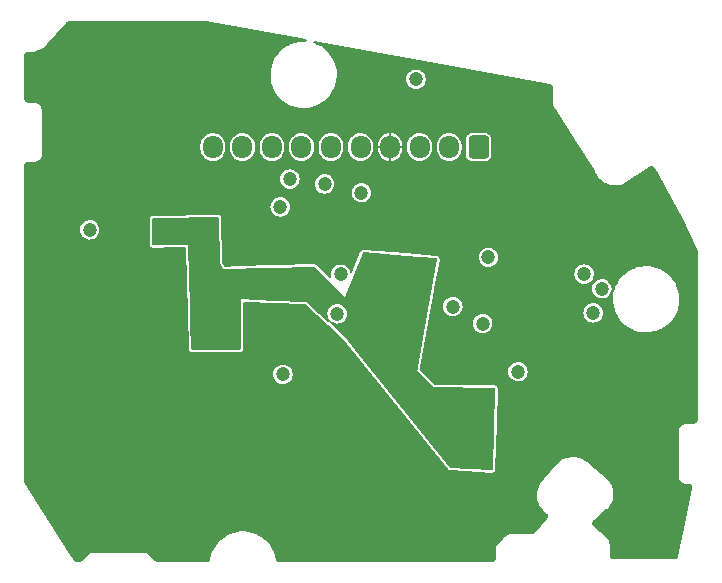
<source format=gbr>
%TF.GenerationSoftware,KiCad,Pcbnew,(6.0.6)*%
%TF.CreationDate,2023-05-08T04:54:07+09:00*%
%TF.ProjectId,128KB_64pin_Touch_R_halfduplex_x2,3132384b-425f-4363-9470-696e5f546f75,rev?*%
%TF.SameCoordinates,Original*%
%TF.FileFunction,Copper,L2,Inr*%
%TF.FilePolarity,Positive*%
%FSLAX46Y46*%
G04 Gerber Fmt 4.6, Leading zero omitted, Abs format (unit mm)*
G04 Created by KiCad (PCBNEW (6.0.6)) date 2023-05-08 04:54:07*
%MOMM*%
%LPD*%
G01*
G04 APERTURE LIST*
G04 Aperture macros list*
%AMRoundRect*
0 Rectangle with rounded corners*
0 $1 Rounding radius*
0 $2 $3 $4 $5 $6 $7 $8 $9 X,Y pos of 4 corners*
0 Add a 4 corners polygon primitive as box body*
4,1,4,$2,$3,$4,$5,$6,$7,$8,$9,$2,$3,0*
0 Add four circle primitives for the rounded corners*
1,1,$1+$1,$2,$3*
1,1,$1+$1,$4,$5*
1,1,$1+$1,$6,$7*
1,1,$1+$1,$8,$9*
0 Add four rect primitives between the rounded corners*
20,1,$1+$1,$2,$3,$4,$5,0*
20,1,$1+$1,$4,$5,$6,$7,0*
20,1,$1+$1,$6,$7,$8,$9,0*
20,1,$1+$1,$8,$9,$2,$3,0*%
G04 Aperture macros list end*
%TA.AperFunction,ComponentPad*%
%ADD10RoundRect,0.250000X0.600000X0.725000X-0.600000X0.725000X-0.600000X-0.725000X0.600000X-0.725000X0*%
%TD*%
%TA.AperFunction,ComponentPad*%
%ADD11O,1.700000X1.950000*%
%TD*%
%TA.AperFunction,ViaPad*%
%ADD12C,1.200000*%
%TD*%
G04 APERTURE END LIST*
D10*
%TO.N,Net-(D3-Pad2)*%
%TO.C,J1*%
X157514994Y-92000000D03*
D11*
%TO.N,Net-(C5-Pad1)*%
X155014994Y-92000000D03*
%TO.N,Net-(C10-Pad2)*%
X152514994Y-92000000D03*
%TO.N,GND*%
X150014994Y-92000000D03*
%TO.N,Net-(R3-Pad1)*%
X147514994Y-92000000D03*
%TO.N,Net-(J1-Pad6)*%
X145014994Y-92000000D03*
%TO.N,Net-(R1-Pad1)*%
X142514994Y-92000000D03*
%TO.N,Net-(C1-Pad1)*%
X140014994Y-92000000D03*
%TO.N,Net-(FL2-Pad2)*%
X137514994Y-92000000D03*
%TO.N,Net-(J1-Pad10)*%
X135014994Y-92000000D03*
%TD*%
D12*
%TO.N,+5V*%
X149080000Y-103950000D03*
X157650000Y-116410000D03*
X156050000Y-118550000D03*
X135480000Y-108480000D03*
X153030000Y-102420000D03*
X130840000Y-99040000D03*
%TO.N,+BATT*%
X167210000Y-106040000D03*
X166440000Y-102760000D03*
X167940000Y-104000000D03*
%TO.N,Net-(D4-Pad1)*%
X152210000Y-86270000D03*
%TO.N,GND*%
X123650000Y-117280000D03*
X127100000Y-125360000D03*
X161850000Y-113650000D03*
X145910000Y-120930000D03*
X156680000Y-123480000D03*
X127530000Y-85340000D03*
X168350000Y-123790000D03*
X148070000Y-114140000D03*
X163940000Y-112750000D03*
X162510000Y-87480000D03*
X132260000Y-91590000D03*
X134220000Y-89970000D03*
X120070000Y-111210000D03*
X130120000Y-93200000D03*
X123770000Y-104400000D03*
X171780000Y-95770000D03*
X154960000Y-86590000D03*
X132140000Y-105460000D03*
X138970000Y-83570000D03*
X124450000Y-94080000D03*
X171580000Y-126210000D03*
X127070000Y-93720000D03*
X137040000Y-85080000D03*
X120410000Y-85100000D03*
X132180000Y-103610000D03*
X161710000Y-96370000D03*
X138630000Y-87220000D03*
X171000000Y-109340000D03*
X160920000Y-123230000D03*
X154870000Y-125780000D03*
X173000000Y-111090000D03*
X150240000Y-118930000D03*
X134960000Y-120380000D03*
X157450000Y-125400000D03*
X150020000Y-120650000D03*
X144800000Y-125890000D03*
X170100000Y-115710000D03*
X131470000Y-90010000D03*
X165310000Y-115700000D03*
X167810000Y-118720000D03*
X122100000Y-121570000D03*
X147500000Y-125750000D03*
X123240000Y-115450000D03*
X123440000Y-123530000D03*
X121320000Y-106530000D03*
X154090000Y-123380000D03*
X127000000Y-90790000D03*
X138300000Y-120760000D03*
X172580000Y-113190000D03*
X173350000Y-119850000D03*
X142296712Y-109793341D03*
X167410000Y-111860000D03*
X160090000Y-119050000D03*
X119910000Y-100540000D03*
X163170000Y-100830000D03*
X168520000Y-101890000D03*
X121490000Y-93910000D03*
X133930000Y-82780000D03*
X174690000Y-101690000D03*
X168690000Y-113910000D03*
X141250000Y-93300000D03*
X174840000Y-109130000D03*
X165240000Y-92570000D03*
X149960000Y-96920000D03*
X132290000Y-107540000D03*
X142720000Y-125720000D03*
X137980000Y-101160000D03*
X146770000Y-113300000D03*
X126310000Y-120440000D03*
X120920000Y-118190000D03*
X174120000Y-123520000D03*
X121590000Y-90410000D03*
X120700000Y-115110000D03*
X146680000Y-115370000D03*
X138330000Y-109010000D03*
X161500000Y-121010000D03*
X148080000Y-84710000D03*
X150950000Y-125910000D03*
X167050000Y-96180000D03*
X134750000Y-86670000D03*
X131890000Y-85170000D03*
X123160000Y-119320000D03*
X129850000Y-82730000D03*
X129070000Y-91450000D03*
X173220000Y-117030000D03*
X124120000Y-82710000D03*
X151780000Y-123890000D03*
X158530000Y-96740000D03*
X124570000Y-88780000D03*
X130088218Y-86857628D03*
X154420000Y-110240000D03*
%TO.N,Net-(IC3-Pad3)*%
X145530000Y-106120000D03*
%TO.N,Net-(IC1-Pad4)*%
X160840000Y-111030000D03*
X124580000Y-99010000D03*
%TO.N,Net-(C5-Pad1)*%
X158338957Y-101348957D03*
%TO.N,Net-(C10-Pad2)*%
X155330000Y-105510000D03*
%TO.N,Net-(IC4-Pad58)*%
X141541857Y-94720999D03*
%TO.N,Net-(IC4-Pad59)*%
X144470000Y-95120500D03*
%TO.N,Net-(IC4-Pad60)*%
X147580000Y-95870000D03*
%TO.N,Net-(Q3-Pad3)*%
X145830000Y-102770000D03*
%TO.N,Net-(IC4-Pad61)*%
X140711043Y-97071043D03*
%TO.N,Net-(IC4-Pad19)*%
X140942062Y-111249972D03*
%TO.N,Net-(IC1-Pad2)*%
X157860000Y-106950000D03*
%TD*%
%TA.AperFunction,Conductor*%
%TO.N,+5V*%
G36*
X151371036Y-101195414D02*
G01*
X153911379Y-101401201D01*
X153967853Y-101424745D01*
X153999702Y-101476988D01*
X154000844Y-101517280D01*
X153243538Y-105758538D01*
X152283539Y-111134968D01*
X145720800Y-106920779D01*
X145865832Y-106873655D01*
X145865834Y-106873654D01*
X145871097Y-106871944D01*
X145875853Y-106869109D01*
X145875855Y-106869108D01*
X146024462Y-106780520D01*
X146029213Y-106777688D01*
X146162517Y-106650745D01*
X146180425Y-106623792D01*
X146261321Y-106502032D01*
X146264384Y-106497422D01*
X146329751Y-106325341D01*
X146355370Y-106143055D01*
X146355692Y-106120000D01*
X146335173Y-105937069D01*
X146274636Y-105763230D01*
X146177089Y-105607123D01*
X146047382Y-105476507D01*
X145937470Y-105406755D01*
X146205435Y-104730010D01*
X147695058Y-100967966D01*
X147734061Y-100920823D01*
X147795098Y-100905736D01*
X151371036Y-101195414D01*
G37*
%TD.AperFunction*%
%TD*%
%TA.AperFunction,Conductor*%
%TO.N,+5V*%
G36*
X135481822Y-97963388D02*
G01*
X135518447Y-98012400D01*
X135523700Y-98042722D01*
X135582172Y-101823937D01*
X135850124Y-102330680D01*
X143618747Y-102141515D01*
X143677380Y-102159001D01*
X143691777Y-102171106D01*
X153661682Y-112320470D01*
X153672405Y-112320591D01*
X158838643Y-112378857D01*
X158896617Y-112398420D01*
X158932021Y-112448322D01*
X158936467Y-112481302D01*
X158699265Y-119282820D01*
X158678341Y-119340316D01*
X158627617Y-119374533D01*
X158594752Y-119378212D01*
X155124096Y-119182487D01*
X155067063Y-119160333D01*
X155052394Y-119145525D01*
X147068074Y-109174639D01*
X146200856Y-108091650D01*
X144922441Y-106938258D01*
X144891901Y-106885240D01*
X144898357Y-106824396D01*
X144904153Y-106817972D01*
X144893297Y-106828455D01*
X144832707Y-106836970D01*
X144783582Y-106812979D01*
X144607997Y-106654565D01*
X144002710Y-106108472D01*
X144704388Y-106108472D01*
X144708080Y-106146124D01*
X144721811Y-106286169D01*
X144721812Y-106286174D01*
X144722351Y-106291671D01*
X144780455Y-106466338D01*
X144783320Y-106471069D01*
X144783322Y-106471073D01*
X144799280Y-106497422D01*
X144875813Y-106623792D01*
X144879655Y-106627771D01*
X144879657Y-106627773D01*
X144921114Y-106670703D01*
X144947936Y-106725696D01*
X144938348Y-106780070D01*
X144939343Y-106778967D01*
X144999204Y-106766306D01*
X145042967Y-106781913D01*
X145157714Y-106857001D01*
X145330247Y-106921165D01*
X145335731Y-106921897D01*
X145335732Y-106921897D01*
X145458350Y-106938258D01*
X145512708Y-106945511D01*
X145518213Y-106945010D01*
X145518216Y-106945010D01*
X145592487Y-106938250D01*
X145696028Y-106928827D01*
X145701286Y-106927119D01*
X145701289Y-106927118D01*
X145865832Y-106873655D01*
X145865834Y-106873654D01*
X145871097Y-106871944D01*
X145875853Y-106869109D01*
X145875855Y-106869108D01*
X146024462Y-106780520D01*
X146029213Y-106777688D01*
X146162517Y-106650745D01*
X146177780Y-106627773D01*
X146261321Y-106502032D01*
X146264384Y-106497422D01*
X146329751Y-106325341D01*
X146330667Y-106318827D01*
X146354937Y-106146136D01*
X146355370Y-106143055D01*
X146355692Y-106120000D01*
X146335173Y-105937069D01*
X146274636Y-105763230D01*
X146177089Y-105607123D01*
X146113553Y-105543141D01*
X146051282Y-105480434D01*
X146051280Y-105480433D01*
X146047382Y-105476507D01*
X145891960Y-105377873D01*
X145872959Y-105371107D01*
X145723760Y-105317980D01*
X145723758Y-105317980D01*
X145718547Y-105316124D01*
X145692282Y-105312992D01*
X145541260Y-105294983D01*
X145541257Y-105294983D01*
X145535764Y-105294328D01*
X145352695Y-105313570D01*
X145265566Y-105343231D01*
X145183679Y-105371107D01*
X145183675Y-105371109D01*
X145178437Y-105372892D01*
X145173727Y-105375790D01*
X145173722Y-105375792D01*
X145055583Y-105448472D01*
X145021653Y-105469346D01*
X145017704Y-105473213D01*
X145017703Y-105473214D01*
X144956596Y-105533055D01*
X144890135Y-105598138D01*
X144790418Y-105752868D01*
X144727460Y-105925845D01*
X144704388Y-106108472D01*
X144002710Y-106108472D01*
X142889502Y-105104131D01*
X140278281Y-105011066D01*
X137402850Y-104908584D01*
X137402848Y-104908584D01*
X137387180Y-104908026D01*
X137384172Y-105380840D01*
X137360630Y-109080922D01*
X137341353Y-109138991D01*
X137291625Y-109174639D01*
X137260922Y-109179289D01*
X136301430Y-109172403D01*
X133275345Y-109150684D01*
X133217292Y-109131360D01*
X133181684Y-109081603D01*
X133177102Y-109054696D01*
X133110649Y-106869108D01*
X133072146Y-105602790D01*
X132910477Y-100285672D01*
X132910476Y-100285671D01*
X132910000Y-100270000D01*
X129980686Y-100320874D01*
X129922177Y-100302980D01*
X129885359Y-100254112D01*
X129879972Y-100222787D01*
X129860894Y-98118565D01*
X129879273Y-98060205D01*
X129928445Y-98023794D01*
X129958560Y-98018676D01*
X130434356Y-98012284D01*
X135423382Y-97945264D01*
X135481822Y-97963388D01*
G37*
%TD.AperFunction*%
%TD*%
%TA.AperFunction,Conductor*%
%TO.N,GND*%
G36*
X134417142Y-81352115D02*
G01*
X142862058Y-82896581D01*
X142915897Y-82925649D01*
X142942369Y-82980811D01*
X142931362Y-83040998D01*
X142887079Y-83083221D01*
X142842692Y-83092954D01*
X142731728Y-83091211D01*
X142581434Y-83088850D01*
X142260069Y-83120926D01*
X142257281Y-83121534D01*
X142257274Y-83121535D01*
X141947308Y-83189119D01*
X141947306Y-83189120D01*
X141944520Y-83189727D01*
X141638970Y-83294340D01*
X141347468Y-83433379D01*
X141345062Y-83434888D01*
X141345057Y-83434891D01*
X141279950Y-83475733D01*
X141073880Y-83605001D01*
X140821830Y-83806931D01*
X140594660Y-84036493D01*
X140592899Y-84038739D01*
X140592898Y-84038740D01*
X140424117Y-84253994D01*
X140395380Y-84290643D01*
X140226633Y-84566014D01*
X140090654Y-84858955D01*
X140089760Y-84861660D01*
X140089757Y-84861666D01*
X140041256Y-85008320D01*
X139989246Y-85165584D01*
X139923754Y-85481836D01*
X139923501Y-85484674D01*
X139923500Y-85484679D01*
X139899572Y-85752790D01*
X139895044Y-85803520D01*
X139895119Y-85806370D01*
X139897351Y-85891635D01*
X139897917Y-85913230D01*
X139903498Y-86126372D01*
X139903900Y-86129199D01*
X139903901Y-86129207D01*
X139947589Y-86436169D01*
X139949004Y-86446112D01*
X139949730Y-86448880D01*
X139949731Y-86448884D01*
X139956045Y-86472950D01*
X140030959Y-86758504D01*
X140096921Y-86927688D01*
X140143674Y-87047603D01*
X140148275Y-87059405D01*
X140149607Y-87061920D01*
X140149608Y-87061923D01*
X140167127Y-87095010D01*
X140299399Y-87344828D01*
X140301011Y-87347173D01*
X140451667Y-87566379D01*
X140482327Y-87610990D01*
X140694634Y-87854363D01*
X140933507Y-88071721D01*
X140935823Y-88073385D01*
X140935824Y-88073386D01*
X141193461Y-88258517D01*
X141193465Y-88258520D01*
X141195780Y-88260183D01*
X141477976Y-88417251D01*
X141693374Y-88506472D01*
X141773722Y-88539753D01*
X141773725Y-88539754D01*
X141776354Y-88540843D01*
X142086961Y-88629322D01*
X142405678Y-88681514D01*
X142728282Y-88696727D01*
X142731127Y-88696533D01*
X142731131Y-88696533D01*
X143047651Y-88674955D01*
X143050497Y-88674761D01*
X143368051Y-88615906D01*
X143370767Y-88615071D01*
X143370773Y-88615069D01*
X143522394Y-88568424D01*
X143676736Y-88520942D01*
X143841048Y-88448813D01*
X143969856Y-88392271D01*
X143969863Y-88392268D01*
X143972461Y-88391127D01*
X143974914Y-88389694D01*
X143974923Y-88389689D01*
X144248836Y-88229627D01*
X144248839Y-88229625D01*
X144251305Y-88228184D01*
X144397792Y-88118199D01*
X144507292Y-88035985D01*
X144507299Y-88035979D01*
X144509574Y-88034271D01*
X144743842Y-87811958D01*
X144745670Y-87809772D01*
X144949179Y-87566379D01*
X144949184Y-87566372D01*
X144951007Y-87564192D01*
X145128320Y-87294258D01*
X145129594Y-87291725D01*
X145129598Y-87291718D01*
X145272157Y-87008270D01*
X145273433Y-87005733D01*
X145348448Y-86800745D01*
X145383441Y-86705124D01*
X145383442Y-86705121D01*
X145384423Y-86702440D01*
X145388055Y-86687314D01*
X145425150Y-86532801D01*
X145459817Y-86388401D01*
X145460162Y-86385555D01*
X145475540Y-86258472D01*
X151384388Y-86258472D01*
X151392488Y-86341086D01*
X151401811Y-86436169D01*
X151401812Y-86436174D01*
X151402351Y-86441671D01*
X151460455Y-86616338D01*
X151463320Y-86621069D01*
X151463322Y-86621073D01*
X151514226Y-86705124D01*
X151555813Y-86773792D01*
X151559655Y-86777771D01*
X151559657Y-86777773D01*
X151611472Y-86831429D01*
X151683684Y-86906207D01*
X151837714Y-87007001D01*
X152010247Y-87071165D01*
X152015731Y-87071897D01*
X152015732Y-87071897D01*
X152187222Y-87094779D01*
X152192708Y-87095511D01*
X152198213Y-87095010D01*
X152198216Y-87095010D01*
X152272487Y-87088250D01*
X152376028Y-87078827D01*
X152381286Y-87077119D01*
X152381289Y-87077118D01*
X152545832Y-87023655D01*
X152545834Y-87023654D01*
X152551097Y-87021944D01*
X152555853Y-87019109D01*
X152555855Y-87019108D01*
X152704462Y-86930520D01*
X152709213Y-86927688D01*
X152842517Y-86800745D01*
X152857780Y-86777773D01*
X152941321Y-86652032D01*
X152944384Y-86647422D01*
X153009751Y-86475341D01*
X153013470Y-86448884D01*
X153034937Y-86296136D01*
X153035370Y-86293055D01*
X153035692Y-86270000D01*
X153015173Y-86087069D01*
X152954636Y-85913230D01*
X152857089Y-85757123D01*
X152727382Y-85626507D01*
X152571960Y-85527873D01*
X152552959Y-85521107D01*
X152403760Y-85467980D01*
X152403758Y-85467980D01*
X152398547Y-85466124D01*
X152372282Y-85462992D01*
X152221260Y-85444983D01*
X152221257Y-85444983D01*
X152215764Y-85444328D01*
X152032695Y-85463570D01*
X151945566Y-85493231D01*
X151863679Y-85521107D01*
X151863675Y-85521109D01*
X151858437Y-85522892D01*
X151853727Y-85525790D01*
X151853722Y-85525792D01*
X151706362Y-85616449D01*
X151701653Y-85619346D01*
X151570135Y-85748138D01*
X151470418Y-85902868D01*
X151407460Y-86075845D01*
X151384388Y-86258472D01*
X145475540Y-86258472D01*
X145498351Y-86069969D01*
X145498351Y-86069966D01*
X145498616Y-86067778D01*
X145504152Y-85891635D01*
X145499072Y-85803520D01*
X145485725Y-85572054D01*
X145485561Y-85569208D01*
X145430034Y-85251055D01*
X145338308Y-84941392D01*
X145211598Y-84644324D01*
X145118579Y-84481244D01*
X145053000Y-84366273D01*
X145052999Y-84366271D01*
X145051583Y-84363789D01*
X144860385Y-84103504D01*
X144858454Y-84101426D01*
X144858449Y-84101420D01*
X144642478Y-83869008D01*
X144640538Y-83866920D01*
X144638374Y-83865072D01*
X144638369Y-83865067D01*
X144473230Y-83724026D01*
X144394955Y-83657173D01*
X144126892Y-83477042D01*
X143839902Y-83328915D01*
X143837238Y-83327908D01*
X143837235Y-83327907D01*
X143563735Y-83224560D01*
X143515984Y-83186304D01*
X143499839Y-83127287D01*
X143521466Y-83070052D01*
X143572606Y-83036460D01*
X143616538Y-83034566D01*
X155283870Y-85168371D01*
X163529201Y-86676336D01*
X163549809Y-86682479D01*
X163561827Y-86687540D01*
X163572962Y-86686983D01*
X163574839Y-86687314D01*
X163588086Y-86690603D01*
X163629294Y-86703909D01*
X163654106Y-86715961D01*
X163700300Y-86747019D01*
X163720827Y-86765451D01*
X163730956Y-86777494D01*
X163756657Y-86808051D01*
X163771298Y-86831429D01*
X163793983Y-86882261D01*
X163801606Y-86908773D01*
X163807693Y-86951910D01*
X163808663Y-86965870D01*
X163808662Y-86966457D01*
X163806167Y-86977327D01*
X163808632Y-86988201D01*
X163808632Y-86988202D01*
X163808873Y-86989264D01*
X163811323Y-87011151D01*
X163811323Y-88253327D01*
X163808766Y-88275681D01*
X163806168Y-88286890D01*
X163806167Y-88287608D01*
X163807409Y-88293053D01*
X163807410Y-88293061D01*
X163807884Y-88295138D01*
X163809900Y-88307581D01*
X163821131Y-88423149D01*
X163826129Y-88439861D01*
X163858266Y-88547317D01*
X163860150Y-88553618D01*
X163909709Y-88647812D01*
X163913825Y-88655636D01*
X163919090Y-88667461D01*
X163921688Y-88674504D01*
X163922081Y-88675105D01*
X163930191Y-88682896D01*
X163944630Y-88700363D01*
X165873239Y-91669970D01*
X167318363Y-93895123D01*
X167328492Y-93915536D01*
X167400067Y-94114514D01*
X167401167Y-94117571D01*
X167514618Y-94337527D01*
X167516462Y-94340182D01*
X167516464Y-94340185D01*
X167653959Y-94538128D01*
X167653963Y-94538133D01*
X167655810Y-94540792D01*
X167822325Y-94723889D01*
X168011315Y-94883684D01*
X168014034Y-94885431D01*
X168014040Y-94885435D01*
X168216823Y-95015696D01*
X168216829Y-95015699D01*
X168219545Y-95017444D01*
X168278029Y-95044983D01*
X168440529Y-95121502D01*
X168440533Y-95121504D01*
X168443454Y-95122879D01*
X168612517Y-95176882D01*
X168676132Y-95197203D01*
X168676135Y-95197204D01*
X168679210Y-95198186D01*
X168767199Y-95214041D01*
X168919585Y-95241501D01*
X168919590Y-95241502D01*
X168922778Y-95242076D01*
X168926016Y-95242230D01*
X168926020Y-95242230D01*
X169016611Y-95246525D01*
X169169991Y-95253797D01*
X169173215Y-95253527D01*
X169173222Y-95253527D01*
X169413385Y-95233421D01*
X169413389Y-95233420D01*
X169416619Y-95233150D01*
X169419786Y-95232460D01*
X169419788Y-95232460D01*
X169493307Y-95216449D01*
X169625332Y-95187697D01*
X169627704Y-95187932D01*
X169632810Y-95186069D01*
X169645199Y-95183371D01*
X169649990Y-95182451D01*
X169652471Y-95182038D01*
X169658057Y-95181747D01*
X169658748Y-95181550D01*
X169679537Y-95170081D01*
X169683122Y-95168198D01*
X169686764Y-95166380D01*
X169692024Y-95164461D01*
X169698424Y-95160305D01*
X169702054Y-95157948D01*
X169708136Y-95154302D01*
X169738843Y-95137361D01*
X169742867Y-95131701D01*
X169745097Y-95129998D01*
X171974047Y-93682642D01*
X171992969Y-93673064D01*
X172005591Y-93668295D01*
X172013280Y-93660221D01*
X172014589Y-93659353D01*
X172026620Y-93652534D01*
X172066044Y-93633697D01*
X172092687Y-93625332D01*
X172120181Y-93620818D01*
X172147675Y-93616305D01*
X172175595Y-93615713D01*
X172230919Y-93622402D01*
X172257891Y-93629629D01*
X172309153Y-93651506D01*
X172333029Y-93665976D01*
X172376141Y-93701297D01*
X172395029Y-93721864D01*
X172420109Y-93758416D01*
X172427226Y-93770568D01*
X172429803Y-93781388D01*
X172434064Y-93786632D01*
X172436050Y-93793090D01*
X172443623Y-93801269D01*
X172443698Y-93801400D01*
X172457013Y-93819612D01*
X173214455Y-95156017D01*
X173215411Y-95157703D01*
X173216244Y-95159203D01*
X173966645Y-96538770D01*
X173967392Y-96540173D01*
X174693562Y-97932547D01*
X174694332Y-97934054D01*
X175396098Y-99338905D01*
X175396851Y-99340445D01*
X176023711Y-100652119D01*
X176045822Y-100698386D01*
X176055498Y-100741074D01*
X176055498Y-115086188D01*
X176052980Y-115108373D01*
X176050342Y-115119846D01*
X176052737Y-115130431D01*
X176051585Y-115144903D01*
X176043291Y-115197267D01*
X176033719Y-115226725D01*
X176005416Y-115282272D01*
X175987214Y-115307326D01*
X175943120Y-115351419D01*
X175918070Y-115369618D01*
X175862517Y-115397923D01*
X175833063Y-115407493D01*
X175780435Y-115415828D01*
X175766591Y-115416906D01*
X175756358Y-115414552D01*
X175745483Y-115417013D01*
X175745479Y-115417013D01*
X175743874Y-115417376D01*
X175722348Y-115419816D01*
X175416975Y-115420808D01*
X175190090Y-115421545D01*
X175167417Y-115418989D01*
X175162149Y-115417768D01*
X175162148Y-115417768D01*
X175156686Y-115416502D01*
X175155968Y-115416501D01*
X175150521Y-115417744D01*
X175150512Y-115417745D01*
X175148282Y-115418254D01*
X175135967Y-115420258D01*
X175018653Y-115431817D01*
X174886616Y-115471873D01*
X174882328Y-115474165D01*
X174882323Y-115474167D01*
X174777364Y-115530269D01*
X174764929Y-115536916D01*
X174658268Y-115624448D01*
X174570732Y-115731106D01*
X174568439Y-115735396D01*
X174568438Y-115735397D01*
X174513943Y-115837339D01*
X174505683Y-115852790D01*
X174465622Y-115984825D01*
X174465145Y-115989665D01*
X174454145Y-116101262D01*
X174452062Y-116113917D01*
X174450322Y-116121421D01*
X174450321Y-116122139D01*
X174453000Y-116133887D01*
X174455477Y-116155896D01*
X174455477Y-119787862D01*
X174452918Y-119810226D01*
X174450322Y-119821421D01*
X174450321Y-119822139D01*
X174451563Y-119827585D01*
X174451563Y-119827586D01*
X174452157Y-119830190D01*
X174454158Y-119842503D01*
X174465667Y-119959458D01*
X174505711Y-120091501D01*
X174570746Y-120213194D01*
X174573831Y-120216954D01*
X174573832Y-120216955D01*
X174584805Y-120230327D01*
X174658273Y-120319861D01*
X174662029Y-120322944D01*
X174662031Y-120322946D01*
X174761168Y-120404317D01*
X174764928Y-120407403D01*
X174886613Y-120472454D01*
X174891260Y-120473864D01*
X174891265Y-120473866D01*
X175014000Y-120511104D01*
X175018651Y-120512515D01*
X175023487Y-120512992D01*
X175023489Y-120512992D01*
X175083677Y-120518923D01*
X175135083Y-120523989D01*
X175147729Y-120526069D01*
X175149782Y-120526545D01*
X175149786Y-120526545D01*
X175155250Y-120527812D01*
X175155968Y-120527813D01*
X175161409Y-120526572D01*
X175161419Y-120526571D01*
X175167709Y-120525136D01*
X175189723Y-120522657D01*
X175281939Y-120522657D01*
X175304138Y-120525179D01*
X175315586Y-120527813D01*
X175326461Y-120525354D01*
X175326802Y-120525355D01*
X175341257Y-120526444D01*
X175388890Y-120533570D01*
X175416872Y-120542129D01*
X175470087Y-120567521D01*
X175494337Y-120583882D01*
X175537808Y-120623725D01*
X175556217Y-120646465D01*
X175586137Y-120697271D01*
X175597097Y-120724408D01*
X175610853Y-120781736D01*
X175613401Y-120810889D01*
X175610432Y-120859361D01*
X175608530Y-120873234D01*
X175603946Y-120883085D01*
X175604121Y-120896484D01*
X175602111Y-120917660D01*
X174826772Y-124698664D01*
X174424828Y-126658772D01*
X174418232Y-126678580D01*
X174417925Y-126679975D01*
X174413169Y-126690061D01*
X174413257Y-126701211D01*
X174412734Y-126703591D01*
X174408985Y-126716433D01*
X174394424Y-126756125D01*
X174381730Y-126780003D01*
X174352070Y-126821059D01*
X174302668Y-126857157D01*
X174274662Y-126862044D01*
X173262460Y-126891094D01*
X173259620Y-126891135D01*
X168932920Y-126891135D01*
X168910737Y-126888617D01*
X168899263Y-126885979D01*
X168888675Y-126888375D01*
X168874201Y-126887223D01*
X168821834Y-126878930D01*
X168792376Y-126869360D01*
X168736815Y-126841052D01*
X168711758Y-126822848D01*
X168667668Y-126778762D01*
X168649460Y-126753704D01*
X168641955Y-126738975D01*
X168621149Y-126698146D01*
X168611577Y-126668692D01*
X168610005Y-126658772D01*
X168603286Y-126616370D01*
X168602190Y-126602297D01*
X168604562Y-126591980D01*
X168601849Y-126579994D01*
X168599406Y-126558138D01*
X168599406Y-125638958D01*
X168601969Y-125616576D01*
X168603292Y-125610875D01*
X168604561Y-125605409D01*
X168604562Y-125604691D01*
X168603322Y-125599247D01*
X168603321Y-125599240D01*
X168601930Y-125593135D01*
X168599808Y-125579472D01*
X168592316Y-125490701D01*
X168592316Y-125490698D01*
X168591964Y-125486533D01*
X168581180Y-125444844D01*
X168563315Y-125375785D01*
X168563314Y-125375782D01*
X168562267Y-125371735D01*
X168534743Y-125310441D01*
X168515407Y-125267383D01*
X168513692Y-125263564D01*
X168447621Y-125165100D01*
X168440224Y-125157316D01*
X168383941Y-125098093D01*
X168374936Y-125087145D01*
X168371454Y-125082233D01*
X168371451Y-125082230D01*
X168368214Y-125077663D01*
X168367678Y-125077185D01*
X168362486Y-125074334D01*
X168355721Y-125070620D01*
X168338402Y-125058542D01*
X167195963Y-124064992D01*
X167192989Y-124062022D01*
X167189100Y-124054779D01*
X167180327Y-124048389D01*
X167171664Y-124036739D01*
X167143197Y-123991506D01*
X167131003Y-123963032D01*
X167115624Y-123902180D01*
X167112826Y-123871332D01*
X167117005Y-123808705D01*
X167123876Y-123778502D01*
X167147205Y-123720227D01*
X167163075Y-123693625D01*
X167197192Y-123652704D01*
X167207123Y-123642552D01*
X167216473Y-123637532D01*
X167223431Y-123627979D01*
X167238505Y-123611548D01*
X167270108Y-123584077D01*
X168319232Y-122672118D01*
X168337598Y-122659481D01*
X168348023Y-122653923D01*
X168348565Y-122653451D01*
X168351700Y-122649143D01*
X168353482Y-122647274D01*
X168516651Y-122482954D01*
X168516654Y-122482951D01*
X168519142Y-122480445D01*
X168664050Y-122285512D01*
X168779775Y-122071960D01*
X168786470Y-122053845D01*
X168862746Y-121847430D01*
X168862747Y-121847426D01*
X168863967Y-121844125D01*
X168914915Y-121606635D01*
X168931586Y-121364315D01*
X168921000Y-121221432D01*
X168913902Y-121125617D01*
X168913901Y-121125612D01*
X168913640Y-121122085D01*
X168861442Y-120884867D01*
X168813124Y-120756200D01*
X168777293Y-120660783D01*
X168777292Y-120660780D01*
X168776052Y-120657479D01*
X168763015Y-120633719D01*
X168660904Y-120447634D01*
X168660903Y-120447633D01*
X168659205Y-120444538D01*
X168518128Y-120256829D01*
X168516805Y-120254987D01*
X168514358Y-120250378D01*
X168513888Y-120249836D01*
X168487167Y-120230326D01*
X168480601Y-120225090D01*
X168466916Y-120213194D01*
X166780041Y-118746895D01*
X166764887Y-118730354D01*
X166761376Y-118725520D01*
X166761373Y-118725517D01*
X166758065Y-118720962D01*
X166757523Y-118720491D01*
X166752614Y-118717869D01*
X166750244Y-118716237D01*
X166746521Y-118713544D01*
X166740424Y-118708914D01*
X166558376Y-118570684D01*
X166341998Y-118447215D01*
X166339000Y-118445991D01*
X166338996Y-118445989D01*
X166114360Y-118354273D01*
X166114361Y-118354273D01*
X166111355Y-118353046D01*
X166108219Y-118352223D01*
X166108214Y-118352221D01*
X165873523Y-118290607D01*
X165873516Y-118290606D01*
X165870394Y-118289786D01*
X165823024Y-118283794D01*
X165626449Y-118258926D01*
X165626444Y-118258926D01*
X165623237Y-118258520D01*
X165620009Y-118258536D01*
X165620003Y-118258536D01*
X165506212Y-118259113D01*
X165374114Y-118259782D01*
X165370901Y-118260222D01*
X165370895Y-118260222D01*
X165268789Y-118274191D01*
X165127287Y-118293550D01*
X164886979Y-118359246D01*
X164657301Y-118455747D01*
X164442185Y-118581401D01*
X164439622Y-118583388D01*
X164439621Y-118583389D01*
X164247872Y-118732071D01*
X164247868Y-118732074D01*
X164245310Y-118734058D01*
X164243030Y-118736361D01*
X164243028Y-118736363D01*
X164079201Y-118901857D01*
X164075689Y-118905235D01*
X164074237Y-118906564D01*
X164069702Y-118909857D01*
X164069230Y-118910399D01*
X164066593Y-118915336D01*
X164063633Y-118920876D01*
X164051005Y-118939204D01*
X163053114Y-120086304D01*
X163038725Y-120098535D01*
X163039344Y-120099322D01*
X163034964Y-120102763D01*
X163030220Y-120105695D01*
X163029709Y-120106199D01*
X163028832Y-120107581D01*
X163026870Y-120109124D01*
X163027502Y-120109679D01*
X162899579Y-120255267D01*
X162857804Y-120302810D01*
X162713886Y-120520689D01*
X162706732Y-120535629D01*
X162629329Y-120697271D01*
X162601110Y-120756200D01*
X162521594Y-121004918D01*
X162521013Y-121008257D01*
X162521012Y-121008261D01*
X162492052Y-121174692D01*
X162476830Y-121262173D01*
X162467661Y-121523132D01*
X162494258Y-121782894D01*
X162556122Y-122036580D01*
X162557368Y-122039734D01*
X162557370Y-122039739D01*
X162641440Y-122252475D01*
X162652090Y-122279425D01*
X162780361Y-122506869D01*
X162938524Y-122714638D01*
X163119534Y-122894774D01*
X163119813Y-122895065D01*
X163122601Y-122898899D01*
X163123142Y-122899370D01*
X163128084Y-122902007D01*
X163128090Y-122902011D01*
X163133419Y-122904854D01*
X163151865Y-122917569D01*
X163321882Y-123065769D01*
X163325013Y-123068897D01*
X163328993Y-123076293D01*
X163337773Y-123082675D01*
X163346444Y-123094315D01*
X163375033Y-123139649D01*
X163387252Y-123168107D01*
X163402726Y-123229093D01*
X163405554Y-123259937D01*
X163401425Y-123322724D01*
X163394582Y-123352933D01*
X163371255Y-123411366D01*
X163355415Y-123437979D01*
X163341579Y-123454608D01*
X163320816Y-123479562D01*
X163311235Y-123489376D01*
X163302042Y-123494323D01*
X163295487Y-123503341D01*
X163295486Y-123503342D01*
X163282798Y-123520798D01*
X163277421Y-123527555D01*
X162334870Y-124611391D01*
X162318225Y-124626574D01*
X162318123Y-124626689D01*
X162309079Y-124633200D01*
X162303752Y-124642990D01*
X162302760Y-124644115D01*
X162292883Y-124653849D01*
X162258081Y-124683641D01*
X162234439Y-124698663D01*
X162181783Y-124722436D01*
X162154885Y-124730234D01*
X162119944Y-124735165D01*
X162108982Y-124736712D01*
X162094873Y-124737677D01*
X162084037Y-124735166D01*
X162071774Y-124737918D01*
X162050096Y-124740321D01*
X160691603Y-124740321D01*
X160669246Y-124737763D01*
X160663510Y-124736433D01*
X160663501Y-124736432D01*
X160658040Y-124735166D01*
X160657322Y-124735165D01*
X160652327Y-124736304D01*
X160650969Y-124736429D01*
X160541125Y-124744284D01*
X160414695Y-124753325D01*
X160177008Y-124805029D01*
X159987507Y-124875708D01*
X159964971Y-124884113D01*
X159949098Y-124890033D01*
X159735606Y-125006607D01*
X159732777Y-125008725D01*
X159732772Y-125008728D01*
X159565695Y-125133801D01*
X159540878Y-125152379D01*
X159368877Y-125324379D01*
X159223106Y-125519108D01*
X159106532Y-125732601D01*
X159021528Y-125960510D01*
X158969825Y-126198198D01*
X158959966Y-126336066D01*
X158953047Y-126432823D01*
X158952842Y-126435025D01*
X158951664Y-126440106D01*
X158951663Y-126440824D01*
X158954341Y-126452563D01*
X158956819Y-126474573D01*
X158956819Y-126806797D01*
X158954300Y-126828988D01*
X158951663Y-126840453D01*
X158954058Y-126851040D01*
X158952906Y-126865512D01*
X158951169Y-126876477D01*
X158944610Y-126917878D01*
X158935038Y-126947333D01*
X158906733Y-127002883D01*
X158888528Y-127027941D01*
X158844439Y-127072030D01*
X158819382Y-127090234D01*
X158763833Y-127118539D01*
X158734381Y-127128110D01*
X158681797Y-127136440D01*
X158667916Y-127137521D01*
X158657670Y-127135165D01*
X158646796Y-127137626D01*
X158645678Y-127137879D01*
X158623825Y-127140321D01*
X140650391Y-127140321D01*
X140628171Y-127137795D01*
X140616752Y-127135165D01*
X140605876Y-127137622D01*
X140604037Y-127137618D01*
X140590384Y-127136642D01*
X140547309Y-127130550D01*
X140520734Y-127122889D01*
X140519041Y-127122131D01*
X140469800Y-127100094D01*
X140446381Y-127085381D01*
X140403737Y-127049383D01*
X140385305Y-127028768D01*
X140354281Y-126982374D01*
X140342274Y-126957470D01*
X140330482Y-126920549D01*
X140326043Y-126896219D01*
X140326341Y-126891365D01*
X140326223Y-126890657D01*
X140326190Y-126890577D01*
X140326195Y-126890490D01*
X140325583Y-126889008D01*
X140325440Y-126886243D01*
X140324527Y-126886450D01*
X140288864Y-126728972D01*
X140255622Y-126582183D01*
X140151502Y-126283396D01*
X140014466Y-125998202D01*
X139846251Y-125730213D01*
X139844521Y-125728043D01*
X139844515Y-125728035D01*
X139650724Y-125485002D01*
X139650721Y-125484999D01*
X139648987Y-125482824D01*
X139646453Y-125480291D01*
X139468376Y-125302341D01*
X139425174Y-125259169D01*
X139177645Y-125062080D01*
X138909537Y-124894054D01*
X138624246Y-124757221D01*
X138325386Y-124653312D01*
X138016743Y-124583644D01*
X137702226Y-124549101D01*
X137699424Y-124549110D01*
X137388610Y-124550109D01*
X137388609Y-124550109D01*
X137385819Y-124550118D01*
X137071530Y-124586684D01*
X137068824Y-124587313D01*
X137068819Y-124587314D01*
X136824508Y-124644115D01*
X136763341Y-124658336D01*
X136760713Y-124659269D01*
X136760712Y-124659269D01*
X136467787Y-124763231D01*
X136467783Y-124763232D01*
X136465156Y-124764165D01*
X136251982Y-124868101D01*
X136198753Y-124894054D01*
X136180751Y-124902831D01*
X135913730Y-125072578D01*
X135667474Y-125271255D01*
X135665510Y-125273243D01*
X135458463Y-125482824D01*
X135445104Y-125496346D01*
X135443383Y-125498533D01*
X135261071Y-125730213D01*
X135249436Y-125744998D01*
X135082948Y-126014064D01*
X135081759Y-126016580D01*
X134954414Y-126286034D01*
X134947750Y-126300134D01*
X134946850Y-126302771D01*
X134946848Y-126302776D01*
X134850564Y-126584904D01*
X134845554Y-126599584D01*
X134781081Y-126893028D01*
X134780770Y-126892960D01*
X134780690Y-126893859D01*
X134779047Y-126897355D01*
X134779090Y-126902089D01*
X134778757Y-126903606D01*
X134777046Y-126907795D01*
X134776931Y-126908504D01*
X134777038Y-126910171D01*
X134774623Y-126918756D01*
X134774458Y-126918710D01*
X134771802Y-126931697D01*
X134759199Y-126965662D01*
X134745847Y-126990268D01*
X134714736Y-127032133D01*
X134711739Y-127036166D01*
X134692028Y-127056051D01*
X134646441Y-127090558D01*
X134621949Y-127104131D01*
X134568519Y-127124495D01*
X134541209Y-127130666D01*
X134496227Y-127134289D01*
X134482017Y-127134411D01*
X134481492Y-127134378D01*
X134470798Y-127131215D01*
X134459795Y-127133002D01*
X134459793Y-127133002D01*
X134449464Y-127134680D01*
X134433593Y-127135960D01*
X130357813Y-127135960D01*
X130335628Y-127133442D01*
X130324155Y-127130804D01*
X130313280Y-127133264D01*
X130309595Y-127133258D01*
X130296846Y-127132411D01*
X130267854Y-127128594D01*
X130259209Y-127127456D01*
X130234246Y-127120767D01*
X130186095Y-127100820D01*
X130163720Y-127087900D01*
X130133206Y-127064483D01*
X130123355Y-127055827D01*
X130121840Y-127054306D01*
X130115924Y-127044856D01*
X130106494Y-127038905D01*
X130105515Y-127038287D01*
X130088345Y-127024568D01*
X129629245Y-126565468D01*
X129615249Y-126547857D01*
X129612131Y-126542858D01*
X129609158Y-126538091D01*
X129608651Y-126537583D01*
X129603119Y-126534106D01*
X129602245Y-126533557D01*
X129592123Y-126526268D01*
X129500746Y-126451287D01*
X129379050Y-126386247D01*
X129251686Y-126347617D01*
X129251660Y-126347609D01*
X129251658Y-126347609D01*
X129247004Y-126346197D01*
X129130560Y-126334732D01*
X129117912Y-126332652D01*
X129110400Y-126330911D01*
X129109682Y-126330910D01*
X129098285Y-126333510D01*
X129097952Y-126333586D01*
X129075933Y-126336066D01*
X124957967Y-126336066D01*
X124935615Y-126333510D01*
X124929861Y-126332176D01*
X124929855Y-126332175D01*
X124924400Y-126330911D01*
X124923682Y-126330910D01*
X124916133Y-126332633D01*
X124903825Y-126334634D01*
X124837080Y-126341209D01*
X124791204Y-126345728D01*
X124791203Y-126345728D01*
X124786363Y-126346205D01*
X124747089Y-126358119D01*
X124658975Y-126384848D01*
X124658970Y-126384850D01*
X124654322Y-126386260D01*
X124650038Y-126388550D01*
X124650035Y-126388551D01*
X124588239Y-126421581D01*
X124532631Y-126451304D01*
X124452154Y-126517347D01*
X124442192Y-126525522D01*
X124431775Y-126532997D01*
X124425226Y-126537081D01*
X124424718Y-126537588D01*
X124421747Y-126542314D01*
X124421745Y-126542317D01*
X124418311Y-126547780D01*
X124404499Y-126565098D01*
X123945408Y-127024189D01*
X123927941Y-127038095D01*
X123927411Y-127038427D01*
X123927410Y-127038428D01*
X123917963Y-127044343D01*
X123912016Y-127053769D01*
X123909405Y-127056371D01*
X123899790Y-127064788D01*
X123869668Y-127087902D01*
X123847288Y-127100824D01*
X123799142Y-127120767D01*
X123774181Y-127127455D01*
X123736152Y-127132460D01*
X123723066Y-127133306D01*
X123720810Y-127133302D01*
X123709948Y-127130804D01*
X123699075Y-127133264D01*
X123699074Y-127133264D01*
X123697948Y-127133519D01*
X123676101Y-127135960D01*
X123498544Y-127135960D01*
X123476393Y-127133450D01*
X123475734Y-127133299D01*
X123464866Y-127130804D01*
X123453990Y-127133269D01*
X123449015Y-127133262D01*
X123436850Y-127132494D01*
X123402807Y-127128229D01*
X123378890Y-127122132D01*
X123332594Y-127103927D01*
X123310929Y-127092101D01*
X123270578Y-127063010D01*
X123252507Y-127046186D01*
X123230459Y-127019802D01*
X123223046Y-127009694D01*
X123220975Y-127006458D01*
X123217203Y-126995967D01*
X123208927Y-126987827D01*
X123194818Y-126970385D01*
X123142714Y-126888478D01*
X122768443Y-126300134D01*
X119113521Y-120554686D01*
X119104103Y-120535629D01*
X119103319Y-120533491D01*
X119099482Y-120523025D01*
X119091485Y-120515258D01*
X119085415Y-120505906D01*
X119086221Y-120505383D01*
X119080291Y-120497432D01*
X119079907Y-120496695D01*
X119072779Y-120483044D01*
X119065632Y-120465401D01*
X119054710Y-120428609D01*
X119051073Y-120409928D01*
X119050860Y-120407710D01*
X119049565Y-120394265D01*
X119049109Y-120384577D01*
X119049131Y-120373440D01*
X119051633Y-120362575D01*
X119048912Y-120350534D01*
X119046477Y-120328712D01*
X119046477Y-111238444D01*
X140116450Y-111238444D01*
X140117886Y-111253088D01*
X140133873Y-111416141D01*
X140133874Y-111416146D01*
X140134413Y-111421643D01*
X140192517Y-111596310D01*
X140195382Y-111601041D01*
X140195384Y-111601045D01*
X140245547Y-111683873D01*
X140287875Y-111753764D01*
X140291717Y-111757743D01*
X140291719Y-111757745D01*
X140309448Y-111776104D01*
X140415746Y-111886179D01*
X140569776Y-111986973D01*
X140742309Y-112051137D01*
X140747793Y-112051869D01*
X140747794Y-112051869D01*
X140919284Y-112074751D01*
X140924770Y-112075483D01*
X140930275Y-112074982D01*
X140930278Y-112074982D01*
X141004549Y-112068222D01*
X141108090Y-112058799D01*
X141113348Y-112057091D01*
X141113351Y-112057090D01*
X141277894Y-112003627D01*
X141277896Y-112003626D01*
X141283159Y-112001916D01*
X141287915Y-111999081D01*
X141287917Y-111999080D01*
X141436524Y-111910492D01*
X141441275Y-111907660D01*
X141574579Y-111780717D01*
X141589842Y-111757745D01*
X141673383Y-111632004D01*
X141676446Y-111627394D01*
X141741813Y-111455313D01*
X141747319Y-111416141D01*
X141766999Y-111276108D01*
X141767432Y-111273027D01*
X141767754Y-111249972D01*
X141747235Y-111067041D01*
X141686698Y-110893202D01*
X141589151Y-110737095D01*
X141459444Y-110606479D01*
X141304022Y-110507845D01*
X141285021Y-110501079D01*
X141135822Y-110447952D01*
X141135820Y-110447952D01*
X141130609Y-110446096D01*
X141104344Y-110442964D01*
X140953322Y-110424955D01*
X140953319Y-110424955D01*
X140947826Y-110424300D01*
X140764757Y-110443542D01*
X140677628Y-110473203D01*
X140595741Y-110501079D01*
X140595737Y-110501081D01*
X140590499Y-110502864D01*
X140585789Y-110505762D01*
X140585784Y-110505764D01*
X140438424Y-110596421D01*
X140433715Y-110599318D01*
X140302197Y-110728110D01*
X140202480Y-110882840D01*
X140139522Y-111055817D01*
X140116450Y-111238444D01*
X119046477Y-111238444D01*
X119046477Y-98998472D01*
X123754388Y-98998472D01*
X123755824Y-99013116D01*
X123771811Y-99176169D01*
X123771812Y-99176174D01*
X123772351Y-99181671D01*
X123830455Y-99356338D01*
X123833320Y-99361069D01*
X123833322Y-99361073D01*
X123849280Y-99387422D01*
X123925813Y-99513792D01*
X124053684Y-99646207D01*
X124207714Y-99747001D01*
X124380247Y-99811165D01*
X124385731Y-99811897D01*
X124385732Y-99811897D01*
X124557222Y-99834779D01*
X124562708Y-99835511D01*
X124568213Y-99835010D01*
X124568216Y-99835010D01*
X124642487Y-99828250D01*
X124746028Y-99818827D01*
X124751286Y-99817119D01*
X124751289Y-99817118D01*
X124915832Y-99763655D01*
X124915834Y-99763654D01*
X124921097Y-99761944D01*
X124925853Y-99759109D01*
X124925855Y-99759108D01*
X125074462Y-99670520D01*
X125079213Y-99667688D01*
X125212517Y-99540745D01*
X125227780Y-99517773D01*
X125311321Y-99392032D01*
X125314384Y-99387422D01*
X125379751Y-99215341D01*
X125385257Y-99176169D01*
X125404937Y-99036136D01*
X125405370Y-99033055D01*
X125405692Y-99010000D01*
X125385173Y-98827069D01*
X125324636Y-98653230D01*
X125227089Y-98497123D01*
X125097382Y-98366507D01*
X124941960Y-98267873D01*
X124922959Y-98261107D01*
X124773760Y-98207980D01*
X124773758Y-98207980D01*
X124768547Y-98206124D01*
X124742282Y-98202992D01*
X124591260Y-98184983D01*
X124591257Y-98184983D01*
X124585764Y-98184328D01*
X124402695Y-98203570D01*
X124315566Y-98233231D01*
X124233679Y-98261107D01*
X124233675Y-98261109D01*
X124228437Y-98262892D01*
X124223727Y-98265790D01*
X124223722Y-98265792D01*
X124076362Y-98356449D01*
X124071653Y-98359346D01*
X123940135Y-98488138D01*
X123840418Y-98642868D01*
X123777460Y-98815845D01*
X123754388Y-98998472D01*
X119046477Y-98998472D01*
X119046477Y-98120428D01*
X129655402Y-98120428D01*
X129655437Y-98124316D01*
X129655437Y-98124320D01*
X129669263Y-99649236D01*
X129674480Y-100224650D01*
X129677445Y-100257616D01*
X129682832Y-100288941D01*
X129685169Y-100294347D01*
X129685169Y-100294348D01*
X129718890Y-100372361D01*
X129718892Y-100372364D01*
X129721229Y-100377771D01*
X129758047Y-100426639D01*
X129782763Y-100453957D01*
X129862076Y-100499495D01*
X129867395Y-100501122D01*
X129867398Y-100501123D01*
X129916863Y-100516251D01*
X129916867Y-100516252D01*
X129920585Y-100517389D01*
X129924436Y-100517931D01*
X129924438Y-100517931D01*
X129937958Y-100519832D01*
X129984254Y-100526343D01*
X131808272Y-100494665D01*
X132613057Y-100480688D01*
X132671567Y-100498582D01*
X132708385Y-100547450D01*
X132713730Y-100576663D01*
X132971697Y-109060941D01*
X132971867Y-109062640D01*
X132974206Y-109086068D01*
X132974518Y-109089194D01*
X132979100Y-109116101D01*
X132981257Y-109121277D01*
X132981258Y-109121279D01*
X132991423Y-109145667D01*
X133014569Y-109201197D01*
X133050177Y-109250954D01*
X133074217Y-109278872D01*
X133152389Y-109326342D01*
X133210442Y-109345666D01*
X133242156Y-109350922D01*
X133270036Y-109355544D01*
X133270042Y-109355545D01*
X133273870Y-109356179D01*
X133277761Y-109356207D01*
X133277762Y-109356207D01*
X137257494Y-109384770D01*
X137259447Y-109384784D01*
X137291694Y-109382472D01*
X137293606Y-109382182D01*
X137293610Y-109382182D01*
X137316620Y-109378697D01*
X137316621Y-109378697D01*
X137322397Y-109377822D01*
X137377197Y-109355544D01*
X137405943Y-109343858D01*
X137405945Y-109343857D01*
X137411354Y-109341658D01*
X137440949Y-109320443D01*
X137459283Y-109307300D01*
X137459288Y-109307296D01*
X137461082Y-109306010D01*
X137462759Y-109304563D01*
X137462766Y-109304558D01*
X137483080Y-109287036D01*
X137483080Y-109287035D01*
X137488981Y-109281946D01*
X137536387Y-109203736D01*
X137555664Y-109145667D01*
X137565258Y-109087496D01*
X137565493Y-109086068D01*
X137565493Y-109086067D01*
X137566126Y-109082229D01*
X137566262Y-109060941D01*
X137576713Y-107418339D01*
X137590681Y-105222870D01*
X137609958Y-105164802D01*
X137659686Y-105129154D01*
X137693205Y-105124564D01*
X142771375Y-105305552D01*
X142828856Y-105326520D01*
X142834166Y-105330983D01*
X143620039Y-106040000D01*
X143699133Y-106111359D01*
X143865052Y-106261052D01*
X144645924Y-106965559D01*
X144648792Y-106967496D01*
X144648795Y-106967499D01*
X144652404Y-106969937D01*
X144693402Y-106997635D01*
X144696508Y-106999152D01*
X144696510Y-106999153D01*
X144702604Y-107002129D01*
X144740806Y-107035094D01*
X144742428Y-107037459D01*
X144744371Y-107040832D01*
X144746819Y-107043861D01*
X144782337Y-107087812D01*
X144782341Y-107087816D01*
X144784783Y-107090838D01*
X144787668Y-107093441D01*
X144787671Y-107093444D01*
X146044896Y-108227718D01*
X146055856Y-108239342D01*
X154891985Y-119273974D01*
X154906400Y-119290149D01*
X154907323Y-119291081D01*
X154907327Y-119291085D01*
X154917412Y-119301266D01*
X154917415Y-119301269D01*
X154921069Y-119304957D01*
X154992655Y-119351889D01*
X154997505Y-119353773D01*
X155036458Y-119368904D01*
X155049688Y-119374043D01*
X155075609Y-119379661D01*
X155108721Y-119386837D01*
X155108726Y-119386838D01*
X155112525Y-119387661D01*
X156425822Y-119461723D01*
X158581102Y-119583269D01*
X158581108Y-119583269D01*
X158583181Y-119583386D01*
X158603841Y-119582816D01*
X158615521Y-119582494D01*
X158615528Y-119582494D01*
X158617613Y-119582436D01*
X158625036Y-119581605D01*
X158644539Y-119579422D01*
X158644540Y-119579422D01*
X158650478Y-119578757D01*
X158656082Y-119576696D01*
X158656085Y-119576695D01*
X158702995Y-119559440D01*
X158742539Y-119544895D01*
X158793263Y-119510678D01*
X158821835Y-119487420D01*
X158871451Y-119410593D01*
X158892375Y-119353097D01*
X158904640Y-119289982D01*
X158905199Y-119273974D01*
X159039596Y-115420258D01*
X159141842Y-112488464D01*
X159140125Y-112453847D01*
X159135679Y-112420867D01*
X159099624Y-112329413D01*
X159064220Y-112279511D01*
X159040298Y-112251498D01*
X158962322Y-112203707D01*
X158957057Y-112201930D01*
X158957054Y-112201929D01*
X158937512Y-112195335D01*
X158904348Y-112184144D01*
X158900521Y-112183494D01*
X158900515Y-112183492D01*
X158866104Y-112177644D01*
X158840961Y-112173370D01*
X158837070Y-112173326D01*
X158837069Y-112173326D01*
X156173117Y-112143282D01*
X153789699Y-112116401D01*
X153731725Y-112096838D01*
X153720194Y-112086786D01*
X152670770Y-111018472D01*
X160014388Y-111018472D01*
X160018637Y-111061809D01*
X160031811Y-111196169D01*
X160031812Y-111196174D01*
X160032351Y-111201671D01*
X160090455Y-111376338D01*
X160093320Y-111381069D01*
X160093322Y-111381073D01*
X160138284Y-111455313D01*
X160185813Y-111533792D01*
X160313684Y-111666207D01*
X160467714Y-111767001D01*
X160640247Y-111831165D01*
X160645731Y-111831897D01*
X160645732Y-111831897D01*
X160817222Y-111854779D01*
X160822708Y-111855511D01*
X160828213Y-111855010D01*
X160828216Y-111855010D01*
X160902487Y-111848250D01*
X161006028Y-111838827D01*
X161011286Y-111837119D01*
X161011289Y-111837118D01*
X161175832Y-111783655D01*
X161175834Y-111783654D01*
X161181097Y-111781944D01*
X161185853Y-111779109D01*
X161185855Y-111779108D01*
X161334462Y-111690520D01*
X161339213Y-111687688D01*
X161472517Y-111560745D01*
X161487780Y-111537773D01*
X161546204Y-111449837D01*
X161574384Y-111407422D01*
X161639751Y-111235341D01*
X161645257Y-111196169D01*
X161664937Y-111056136D01*
X161665370Y-111053055D01*
X161665692Y-111030000D01*
X161645173Y-110847069D01*
X161584636Y-110673230D01*
X161487089Y-110517123D01*
X161413446Y-110442964D01*
X161361282Y-110390434D01*
X161361280Y-110390433D01*
X161357382Y-110386507D01*
X161201960Y-110287873D01*
X161182959Y-110281107D01*
X161033760Y-110227980D01*
X161033758Y-110227980D01*
X161028547Y-110226124D01*
X161002282Y-110222992D01*
X160851260Y-110204983D01*
X160851257Y-110204983D01*
X160845764Y-110204328D01*
X160662695Y-110223570D01*
X160575566Y-110253231D01*
X160493679Y-110281107D01*
X160493675Y-110281109D01*
X160488437Y-110282892D01*
X160483727Y-110285790D01*
X160483722Y-110285792D01*
X160336362Y-110376449D01*
X160331653Y-110379346D01*
X160327704Y-110383213D01*
X160327703Y-110383214D01*
X160285156Y-110424879D01*
X160200135Y-110508138D01*
X160100418Y-110662868D01*
X160037460Y-110835845D01*
X160014388Y-111018472D01*
X152670770Y-111018472D01*
X152573161Y-110919106D01*
X152545871Y-110864345D01*
X152546327Y-110832329D01*
X152576586Y-110662868D01*
X153241602Y-106938472D01*
X157034388Y-106938472D01*
X157035824Y-106953116D01*
X157051811Y-107116169D01*
X157051812Y-107116174D01*
X157052351Y-107121671D01*
X157110455Y-107296338D01*
X157113320Y-107301069D01*
X157113322Y-107301073D01*
X157168554Y-107392271D01*
X157205813Y-107453792D01*
X157333684Y-107586207D01*
X157487714Y-107687001D01*
X157660247Y-107751165D01*
X157665731Y-107751897D01*
X157665732Y-107751897D01*
X157837222Y-107774779D01*
X157842708Y-107775511D01*
X157848213Y-107775010D01*
X157848216Y-107775010D01*
X157922487Y-107768250D01*
X158026028Y-107758827D01*
X158031286Y-107757119D01*
X158031289Y-107757118D01*
X158195832Y-107703655D01*
X158195834Y-107703654D01*
X158201097Y-107701944D01*
X158205853Y-107699109D01*
X158205855Y-107699108D01*
X158354462Y-107610520D01*
X158359213Y-107607688D01*
X158492517Y-107480745D01*
X158507780Y-107457773D01*
X158591321Y-107332032D01*
X158594384Y-107327422D01*
X158659751Y-107155341D01*
X158665257Y-107116169D01*
X158684937Y-106976136D01*
X158685370Y-106973055D01*
X158685692Y-106950000D01*
X158665173Y-106767069D01*
X158604636Y-106593230D01*
X158507089Y-106437123D01*
X158390114Y-106319328D01*
X158381282Y-106310434D01*
X158381280Y-106310433D01*
X158377382Y-106306507D01*
X158221960Y-106207873D01*
X158117060Y-106170520D01*
X158053760Y-106147980D01*
X158053758Y-106147980D01*
X158048547Y-106146124D01*
X158015858Y-106142226D01*
X157871260Y-106124983D01*
X157871257Y-106124983D01*
X157865764Y-106124328D01*
X157682695Y-106143570D01*
X157611849Y-106167688D01*
X157513679Y-106201107D01*
X157513675Y-106201109D01*
X157508437Y-106202892D01*
X157503727Y-106205790D01*
X157503722Y-106205792D01*
X157431033Y-106250511D01*
X157351653Y-106299346D01*
X157347704Y-106303213D01*
X157347703Y-106303214D01*
X157307778Y-106342312D01*
X157220135Y-106428138D01*
X157120418Y-106582868D01*
X157057460Y-106755845D01*
X157034388Y-106938472D01*
X153241602Y-106938472D01*
X153498724Y-105498472D01*
X154504388Y-105498472D01*
X154507779Y-105533055D01*
X154521811Y-105676169D01*
X154521812Y-105676174D01*
X154522351Y-105681671D01*
X154580455Y-105856338D01*
X154583320Y-105861069D01*
X154583322Y-105861073D01*
X154599280Y-105887422D01*
X154675813Y-106013792D01*
X154679655Y-106017771D01*
X154679657Y-106017773D01*
X154705530Y-106044565D01*
X154803684Y-106146207D01*
X154957714Y-106247001D01*
X155130247Y-106311165D01*
X155135731Y-106311897D01*
X155135732Y-106311897D01*
X155307222Y-106334779D01*
X155312708Y-106335511D01*
X155318213Y-106335010D01*
X155318216Y-106335010D01*
X155392487Y-106328250D01*
X155496028Y-106318827D01*
X155501286Y-106317119D01*
X155501289Y-106317118D01*
X155665832Y-106263655D01*
X155665834Y-106263654D01*
X155671097Y-106261944D01*
X155675853Y-106259109D01*
X155675855Y-106259108D01*
X155824462Y-106170520D01*
X155829213Y-106167688D01*
X155962517Y-106040745D01*
X155970671Y-106028472D01*
X166384388Y-106028472D01*
X166387421Y-106059405D01*
X166401811Y-106206169D01*
X166401812Y-106206174D01*
X166402351Y-106211671D01*
X166460455Y-106386338D01*
X166463320Y-106391069D01*
X166463322Y-106391073D01*
X166494053Y-106441815D01*
X166555813Y-106543792D01*
X166559655Y-106547771D01*
X166559657Y-106547773D01*
X166593548Y-106582868D01*
X166683684Y-106676207D01*
X166837714Y-106777001D01*
X167010247Y-106841165D01*
X167015731Y-106841897D01*
X167015732Y-106841897D01*
X167109159Y-106854363D01*
X167192708Y-106865511D01*
X167198213Y-106865010D01*
X167198216Y-106865010D01*
X167272487Y-106858250D01*
X167376028Y-106848827D01*
X167381286Y-106847119D01*
X167381289Y-106847118D01*
X167545832Y-106793655D01*
X167545834Y-106793654D01*
X167551097Y-106791944D01*
X167555853Y-106789109D01*
X167555855Y-106789108D01*
X167704462Y-106700520D01*
X167709213Y-106697688D01*
X167842517Y-106570745D01*
X167857780Y-106547773D01*
X167931295Y-106437123D01*
X167944384Y-106417422D01*
X168009751Y-106245341D01*
X168015257Y-106206169D01*
X168034937Y-106066136D01*
X168035370Y-106063055D01*
X168035692Y-106040000D01*
X168015173Y-105857069D01*
X167954636Y-105683230D01*
X167857089Y-105527123D01*
X167793553Y-105463141D01*
X167731282Y-105400434D01*
X167731280Y-105400433D01*
X167727382Y-105396507D01*
X167571960Y-105297873D01*
X167552959Y-105291107D01*
X167403760Y-105237980D01*
X167403758Y-105237980D01*
X167398547Y-105236124D01*
X167372282Y-105232992D01*
X167221260Y-105214983D01*
X167221257Y-105214983D01*
X167215764Y-105214328D01*
X167032695Y-105233570D01*
X166945566Y-105263231D01*
X166863679Y-105291107D01*
X166863675Y-105291109D01*
X166858437Y-105292892D01*
X166853727Y-105295790D01*
X166853722Y-105295792D01*
X166707791Y-105385570D01*
X166701653Y-105389346D01*
X166697704Y-105393213D01*
X166697703Y-105393214D01*
X166643685Y-105446112D01*
X166570135Y-105518138D01*
X166470418Y-105672868D01*
X166407460Y-105845845D01*
X166384388Y-106028472D01*
X155970671Y-106028472D01*
X155977780Y-106017773D01*
X156061321Y-105892032D01*
X156064384Y-105887422D01*
X156129751Y-105715341D01*
X156131565Y-105702440D01*
X156154937Y-105536136D01*
X156155370Y-105533055D01*
X156155692Y-105510000D01*
X156135173Y-105327069D01*
X156074636Y-105153230D01*
X155977089Y-104997123D01*
X155872335Y-104891635D01*
X155851282Y-104870434D01*
X155851280Y-104870433D01*
X155847382Y-104866507D01*
X155691960Y-104767873D01*
X155647226Y-104751944D01*
X155523760Y-104707980D01*
X155523758Y-104707980D01*
X155518547Y-104706124D01*
X155492282Y-104702992D01*
X155341260Y-104684983D01*
X155341257Y-104684983D01*
X155335764Y-104684328D01*
X155152695Y-104703570D01*
X155065566Y-104733231D01*
X154983679Y-104761107D01*
X154983675Y-104761109D01*
X154978437Y-104762892D01*
X154973727Y-104765790D01*
X154973722Y-104765792D01*
X154902956Y-104809328D01*
X154821653Y-104859346D01*
X154817704Y-104863213D01*
X154817703Y-104863214D01*
X154786420Y-104893849D01*
X154690135Y-104988138D01*
X154590418Y-105142868D01*
X154527460Y-105315845D01*
X154504388Y-105498472D01*
X153498724Y-105498472D01*
X153644095Y-104684328D01*
X153768345Y-103988472D01*
X167114388Y-103988472D01*
X167115824Y-104003116D01*
X167131811Y-104166169D01*
X167131812Y-104166174D01*
X167132351Y-104171671D01*
X167190455Y-104346338D01*
X167193320Y-104351069D01*
X167193322Y-104351073D01*
X167209280Y-104377422D01*
X167285813Y-104503792D01*
X167289655Y-104507771D01*
X167289657Y-104507773D01*
X167348984Y-104569208D01*
X167413684Y-104636207D01*
X167567714Y-104737001D01*
X167740247Y-104801165D01*
X167745731Y-104801897D01*
X167745732Y-104801897D01*
X167917222Y-104824779D01*
X167922708Y-104825511D01*
X167928213Y-104825010D01*
X167928216Y-104825010D01*
X168002487Y-104818250D01*
X168106028Y-104808827D01*
X168111286Y-104807119D01*
X168111289Y-104807118D01*
X168122363Y-104803520D01*
X168895044Y-104803520D01*
X168896693Y-104866507D01*
X168897351Y-104891635D01*
X168903356Y-105120933D01*
X168903498Y-105126372D01*
X168903900Y-105129199D01*
X168903901Y-105129207D01*
X168941944Y-105396507D01*
X168949004Y-105446112D01*
X169030959Y-105758504D01*
X169065012Y-105845845D01*
X169143674Y-106047603D01*
X169148275Y-106059405D01*
X169149607Y-106061920D01*
X169149608Y-106061923D01*
X169192532Y-106142992D01*
X169299399Y-106344828D01*
X169352460Y-106422032D01*
X169451667Y-106566379D01*
X169482327Y-106610990D01*
X169694634Y-106854363D01*
X169933507Y-107071721D01*
X169935823Y-107073385D01*
X169935824Y-107073386D01*
X170193461Y-107258517D01*
X170193465Y-107258520D01*
X170195780Y-107260183D01*
X170477976Y-107417251D01*
X170640487Y-107484565D01*
X170773722Y-107539753D01*
X170773725Y-107539754D01*
X170776354Y-107540843D01*
X171086961Y-107629322D01*
X171405678Y-107681514D01*
X171728282Y-107696727D01*
X171731127Y-107696533D01*
X171731131Y-107696533D01*
X172047651Y-107674955D01*
X172050497Y-107674761D01*
X172368051Y-107615906D01*
X172370767Y-107615071D01*
X172370773Y-107615069D01*
X172522393Y-107568424D01*
X172676736Y-107520942D01*
X172910471Y-107418339D01*
X172969856Y-107392271D01*
X172969863Y-107392268D01*
X172972461Y-107391127D01*
X172974914Y-107389694D01*
X172974923Y-107389689D01*
X173248836Y-107229627D01*
X173248839Y-107229625D01*
X173251305Y-107228184D01*
X173430763Y-107093444D01*
X173507292Y-107035985D01*
X173507299Y-107035979D01*
X173509574Y-107034271D01*
X173543445Y-107002129D01*
X173687937Y-106865010D01*
X173743842Y-106811958D01*
X173759146Y-106793655D01*
X173949179Y-106566379D01*
X173949184Y-106566372D01*
X173951007Y-106564192D01*
X174128320Y-106294258D01*
X174129594Y-106291725D01*
X174129598Y-106291718D01*
X174272157Y-106008270D01*
X174273433Y-106005733D01*
X174362931Y-105761170D01*
X174383441Y-105705124D01*
X174383442Y-105705121D01*
X174384423Y-105702440D01*
X174388150Y-105686918D01*
X174430624Y-105510000D01*
X174459817Y-105388401D01*
X174466766Y-105330983D01*
X174498351Y-105069969D01*
X174498351Y-105069966D01*
X174498616Y-105067778D01*
X174504152Y-104891635D01*
X174502514Y-104863214D01*
X174485725Y-104572054D01*
X174485561Y-104569208D01*
X174469824Y-104479040D01*
X174430523Y-104253854D01*
X174430521Y-104253846D01*
X174430034Y-104251055D01*
X174338308Y-103941392D01*
X174211598Y-103644324D01*
X174208028Y-103638064D01*
X174053000Y-103366273D01*
X174052999Y-103366271D01*
X174051583Y-103363789D01*
X174044055Y-103353540D01*
X173912891Y-103174983D01*
X173860385Y-103103504D01*
X173858454Y-103101426D01*
X173858449Y-103101420D01*
X173642478Y-102869008D01*
X173640538Y-102866920D01*
X173638374Y-102865072D01*
X173638369Y-102865067D01*
X173507133Y-102752982D01*
X173394955Y-102657173D01*
X173126892Y-102477042D01*
X172839902Y-102328915D01*
X172837238Y-102327908D01*
X172837235Y-102327907D01*
X172649910Y-102257123D01*
X172537789Y-102214756D01*
X172535024Y-102214061D01*
X172535016Y-102214059D01*
X172283383Y-102150854D01*
X172224557Y-102136078D01*
X171999502Y-102106449D01*
X171907185Y-102094295D01*
X171907180Y-102094295D01*
X171904357Y-102093923D01*
X171901511Y-102093878D01*
X171901507Y-102093878D01*
X171777214Y-102091926D01*
X171581434Y-102088850D01*
X171260069Y-102120926D01*
X171257281Y-102121534D01*
X171257274Y-102121535D01*
X170947308Y-102189119D01*
X170947306Y-102189120D01*
X170944520Y-102189727D01*
X170638970Y-102294340D01*
X170347468Y-102433379D01*
X170345062Y-102434888D01*
X170345057Y-102434891D01*
X170279950Y-102475733D01*
X170073880Y-102605001D01*
X169821830Y-102806931D01*
X169594660Y-103036493D01*
X169592899Y-103038739D01*
X169592898Y-103038740D01*
X169418749Y-103260840D01*
X169395380Y-103290643D01*
X169280483Y-103478138D01*
X169230787Y-103559236D01*
X169226633Y-103566014D01*
X169225433Y-103568599D01*
X169225432Y-103568601D01*
X169217815Y-103585010D01*
X169090654Y-103858955D01*
X169089760Y-103861660D01*
X169089757Y-103861666D01*
X169049636Y-103982982D01*
X168989246Y-104165584D01*
X168923754Y-104481836D01*
X168923501Y-104484674D01*
X168923500Y-104484679D01*
X168897961Y-104770840D01*
X168895044Y-104803520D01*
X168122363Y-104803520D01*
X168275832Y-104753655D01*
X168275834Y-104753654D01*
X168281097Y-104751944D01*
X168285853Y-104749109D01*
X168285855Y-104749108D01*
X168434462Y-104660520D01*
X168439213Y-104657688D01*
X168572517Y-104530745D01*
X168587780Y-104507773D01*
X168671321Y-104382032D01*
X168674384Y-104377422D01*
X168739751Y-104205341D01*
X168745257Y-104166169D01*
X168764937Y-104026136D01*
X168765370Y-104023055D01*
X168765692Y-104000000D01*
X168745173Y-103817069D01*
X168684636Y-103643230D01*
X168594466Y-103498929D01*
X168590021Y-103491815D01*
X168590021Y-103491814D01*
X168587089Y-103487123D01*
X168496806Y-103396207D01*
X168461282Y-103360434D01*
X168461280Y-103360433D01*
X168457382Y-103356507D01*
X168301960Y-103257873D01*
X168277221Y-103249064D01*
X168133760Y-103197980D01*
X168133758Y-103197980D01*
X168128547Y-103196124D01*
X168102282Y-103192992D01*
X167951260Y-103174983D01*
X167951257Y-103174983D01*
X167945764Y-103174328D01*
X167762695Y-103193570D01*
X167675566Y-103223231D01*
X167593679Y-103251107D01*
X167593675Y-103251109D01*
X167588437Y-103252892D01*
X167583727Y-103255790D01*
X167583722Y-103255792D01*
X167436362Y-103346449D01*
X167431653Y-103349346D01*
X167300135Y-103478138D01*
X167200418Y-103632868D01*
X167137460Y-103805845D01*
X167114388Y-103988472D01*
X153768345Y-103988472D01*
X153989756Y-102748472D01*
X165614388Y-102748472D01*
X165619945Y-102805146D01*
X165631811Y-102926169D01*
X165631812Y-102926174D01*
X165632351Y-102931671D01*
X165690455Y-103106338D01*
X165693320Y-103111069D01*
X165693322Y-103111073D01*
X165776893Y-103249064D01*
X165785813Y-103263792D01*
X165789655Y-103267771D01*
X165789657Y-103267773D01*
X165811841Y-103290745D01*
X165913684Y-103396207D01*
X166067714Y-103497001D01*
X166240247Y-103561165D01*
X166245731Y-103561897D01*
X166245732Y-103561897D01*
X166417222Y-103584779D01*
X166422708Y-103585511D01*
X166428213Y-103585010D01*
X166428216Y-103585010D01*
X166514928Y-103577118D01*
X166606028Y-103568827D01*
X166611286Y-103567119D01*
X166611289Y-103567118D01*
X166775832Y-103513655D01*
X166775834Y-103513654D01*
X166781097Y-103511944D01*
X166785853Y-103509109D01*
X166785855Y-103509108D01*
X166934462Y-103420520D01*
X166939213Y-103417688D01*
X167072517Y-103290745D01*
X167083781Y-103273792D01*
X167171321Y-103142032D01*
X167174384Y-103137422D01*
X167239751Y-102965341D01*
X167245257Y-102926169D01*
X167264937Y-102786136D01*
X167265370Y-102783055D01*
X167265692Y-102760000D01*
X167245173Y-102577069D01*
X167184636Y-102403230D01*
X167087089Y-102247123D01*
X166990763Y-102150122D01*
X166961282Y-102120434D01*
X166961280Y-102120433D01*
X166957382Y-102116507D01*
X166801960Y-102017873D01*
X166759714Y-102002830D01*
X166633760Y-101957980D01*
X166633758Y-101957980D01*
X166628547Y-101956124D01*
X166602282Y-101952992D01*
X166451260Y-101934983D01*
X166451257Y-101934983D01*
X166445764Y-101934328D01*
X166262695Y-101953570D01*
X166220366Y-101967980D01*
X166093679Y-102011107D01*
X166093675Y-102011109D01*
X166088437Y-102012892D01*
X166083727Y-102015790D01*
X166083722Y-102015792D01*
X165964510Y-102089132D01*
X165931653Y-102109346D01*
X165927704Y-102113213D01*
X165927703Y-102113214D01*
X165914129Y-102126507D01*
X165800135Y-102238138D01*
X165700418Y-102392868D01*
X165637460Y-102565845D01*
X165614388Y-102748472D01*
X153989756Y-102748472D01*
X154202700Y-101555889D01*
X154202700Y-101555888D01*
X154203144Y-101553402D01*
X154206262Y-101511458D01*
X154205120Y-101471166D01*
X154204202Y-101456744D01*
X154175167Y-101370019D01*
X154155299Y-101337429D01*
X157513345Y-101337429D01*
X157514781Y-101352073D01*
X157530768Y-101515126D01*
X157530769Y-101515131D01*
X157531308Y-101520628D01*
X157589412Y-101695295D01*
X157592277Y-101700026D01*
X157592279Y-101700030D01*
X157648257Y-101792459D01*
X157684770Y-101852749D01*
X157812641Y-101985164D01*
X157966671Y-102085958D01*
X158139204Y-102150122D01*
X158144688Y-102150854D01*
X158144689Y-102150854D01*
X158316179Y-102173736D01*
X158321665Y-102174468D01*
X158327170Y-102173967D01*
X158327173Y-102173967D01*
X158401444Y-102167207D01*
X158504985Y-102157784D01*
X158510243Y-102156076D01*
X158510246Y-102156075D01*
X158674789Y-102102612D01*
X158674791Y-102102611D01*
X158680054Y-102100901D01*
X158684810Y-102098066D01*
X158684812Y-102098065D01*
X158805675Y-102026016D01*
X158838170Y-102006645D01*
X158971474Y-101879702D01*
X158986737Y-101856730D01*
X159070278Y-101730989D01*
X159073341Y-101726379D01*
X159138708Y-101554298D01*
X159144214Y-101515126D01*
X159163894Y-101375093D01*
X159164327Y-101372012D01*
X159164649Y-101348957D01*
X159144130Y-101166026D01*
X159083593Y-100992187D01*
X158986046Y-100836080D01*
X158882184Y-100731490D01*
X158860239Y-100709391D01*
X158860237Y-100709390D01*
X158856339Y-100705464D01*
X158700917Y-100606830D01*
X158620132Y-100578064D01*
X158532717Y-100546937D01*
X158532715Y-100546937D01*
X158527504Y-100545081D01*
X158501239Y-100541949D01*
X158350217Y-100523940D01*
X158350214Y-100523940D01*
X158344721Y-100523285D01*
X158161652Y-100542527D01*
X158074523Y-100572188D01*
X157992636Y-100600064D01*
X157992632Y-100600066D01*
X157987394Y-100601849D01*
X157982684Y-100604747D01*
X157982679Y-100604749D01*
X157835319Y-100695406D01*
X157830610Y-100698303D01*
X157826661Y-100702170D01*
X157826660Y-100702171D01*
X157794055Y-100734100D01*
X157699092Y-100827095D01*
X157599375Y-100981825D01*
X157536417Y-101154802D01*
X157513345Y-101337429D01*
X154155299Y-101337429D01*
X154144481Y-101319683D01*
X154144476Y-101319676D01*
X154143318Y-101317776D01*
X154121396Y-101288162D01*
X154046929Y-101235068D01*
X153990455Y-101211524D01*
X153986686Y-101210610D01*
X153986683Y-101210609D01*
X153961733Y-101204559D01*
X153927972Y-101196372D01*
X151387629Y-100990585D01*
X147811691Y-100700907D01*
X147807699Y-100701230D01*
X147749777Y-100705917D01*
X147749775Y-100705917D01*
X147745787Y-100706240D01*
X147741910Y-100707198D01*
X147741906Y-100707199D01*
X147704490Y-100716448D01*
X147684750Y-100721327D01*
X147682564Y-100722092D01*
X147682560Y-100722093D01*
X147655702Y-100731490D01*
X147655701Y-100731491D01*
X147648243Y-100734100D01*
X147641978Y-100738914D01*
X147641975Y-100738916D01*
X147594165Y-100775657D01*
X147575725Y-100789827D01*
X147548095Y-100823224D01*
X147540706Y-100832155D01*
X147536722Y-100836970D01*
X147503991Y-100892311D01*
X146834713Y-102582574D01*
X146824607Y-102608096D01*
X146785604Y-102655239D01*
X146726341Y-102670453D01*
X146669453Y-102647928D01*
X146636021Y-102593584D01*
X146635789Y-102592565D01*
X146635173Y-102587069D01*
X146633355Y-102581848D01*
X146633354Y-102581844D01*
X146582179Y-102434891D01*
X146574636Y-102413230D01*
X146477089Y-102257123D01*
X146378939Y-102158285D01*
X146351282Y-102130434D01*
X146351280Y-102130433D01*
X146347382Y-102126507D01*
X146191960Y-102027873D01*
X146172209Y-102020840D01*
X146023760Y-101967980D01*
X146023758Y-101967980D01*
X146018547Y-101966124D01*
X145972424Y-101960624D01*
X145841260Y-101944983D01*
X145841257Y-101944983D01*
X145835764Y-101944328D01*
X145652695Y-101963570D01*
X145589263Y-101985164D01*
X145483679Y-102021107D01*
X145483675Y-102021109D01*
X145478437Y-102022892D01*
X145473727Y-102025790D01*
X145473722Y-102025792D01*
X145326362Y-102116449D01*
X145321653Y-102119346D01*
X145190135Y-102248138D01*
X145090418Y-102402868D01*
X145027460Y-102575845D01*
X145004388Y-102758472D01*
X145009339Y-102808963D01*
X145021811Y-102936169D01*
X145021812Y-102936174D01*
X145022351Y-102941671D01*
X145024097Y-102946919D01*
X145033698Y-102975782D01*
X145034125Y-103036966D01*
X144998507Y-103086716D01*
X144940450Y-103106029D01*
X144882128Y-103087528D01*
X144869134Y-103076407D01*
X144726957Y-102931671D01*
X143838378Y-102027097D01*
X143833834Y-102022892D01*
X143824895Y-102014619D01*
X143824888Y-102014613D01*
X143824027Y-102013816D01*
X143823146Y-102013076D01*
X143823131Y-102013062D01*
X143815498Y-102006645D01*
X143809630Y-102001711D01*
X143736110Y-101962072D01*
X143677477Y-101944586D01*
X143673616Y-101944070D01*
X143673614Y-101944070D01*
X143617594Y-101936590D01*
X143617595Y-101936590D01*
X143613745Y-101936076D01*
X143609871Y-101936170D01*
X143609865Y-101936170D01*
X136961191Y-102098065D01*
X136033592Y-102120652D01*
X135974958Y-102103166D01*
X135943664Y-102067958D01*
X135797988Y-101792459D01*
X135786518Y-101747713D01*
X135729205Y-98041464D01*
X135729205Y-98041456D01*
X135729175Y-98039545D01*
X135726184Y-98007644D01*
X135720931Y-97977322D01*
X135683063Y-97889388D01*
X135674674Y-97878161D01*
X135647772Y-97842161D01*
X135647771Y-97842159D01*
X135646438Y-97840376D01*
X135621827Y-97812959D01*
X135615090Y-97809056D01*
X135615088Y-97809054D01*
X135577727Y-97787408D01*
X135542694Y-97767110D01*
X135513797Y-97758148D01*
X135487973Y-97750139D01*
X135487969Y-97750138D01*
X135484254Y-97748986D01*
X135480406Y-97748430D01*
X135480404Y-97748429D01*
X135424473Y-97740340D01*
X135420622Y-97739783D01*
X135416731Y-97739835D01*
X135416727Y-97739835D01*
X129957721Y-97813169D01*
X129957716Y-97813169D01*
X129955800Y-97813195D01*
X129924129Y-97816081D01*
X129922244Y-97816401D01*
X129922239Y-97816402D01*
X129899743Y-97820225D01*
X129899740Y-97820226D01*
X129894014Y-97821199D01*
X129806153Y-97858643D01*
X129756981Y-97895054D01*
X129729457Y-97919544D01*
X129725521Y-97926270D01*
X129725520Y-97926271D01*
X129712360Y-97948758D01*
X129683263Y-97998477D01*
X129664884Y-98056837D01*
X129664310Y-98060690D01*
X129664309Y-98060692D01*
X129655976Y-98116575D01*
X129655976Y-98116582D01*
X129655402Y-98120428D01*
X119046477Y-98120428D01*
X119046477Y-97059515D01*
X139885431Y-97059515D01*
X139886867Y-97074159D01*
X139902854Y-97237212D01*
X139902855Y-97237217D01*
X139903394Y-97242714D01*
X139961498Y-97417381D01*
X139964363Y-97422112D01*
X139964365Y-97422116D01*
X139980323Y-97448465D01*
X140056856Y-97574835D01*
X140184727Y-97707250D01*
X140338757Y-97808044D01*
X140511290Y-97872208D01*
X140516774Y-97872940D01*
X140516775Y-97872940D01*
X140680148Y-97894739D01*
X140693751Y-97896554D01*
X140699256Y-97896053D01*
X140699259Y-97896053D01*
X140773530Y-97889293D01*
X140877071Y-97879870D01*
X140882329Y-97878162D01*
X140882332Y-97878161D01*
X141046875Y-97824698D01*
X141046877Y-97824697D01*
X141052140Y-97822987D01*
X141056896Y-97820152D01*
X141056898Y-97820151D01*
X141205505Y-97731563D01*
X141210256Y-97728731D01*
X141343560Y-97601788D01*
X141358823Y-97578816D01*
X141442364Y-97453075D01*
X141445427Y-97448465D01*
X141510794Y-97276384D01*
X141516300Y-97237212D01*
X141535980Y-97097179D01*
X141536413Y-97094098D01*
X141536735Y-97071043D01*
X141516216Y-96888112D01*
X141455679Y-96714273D01*
X141358132Y-96558166D01*
X141228425Y-96427550D01*
X141073003Y-96328916D01*
X141054002Y-96322150D01*
X140904803Y-96269023D01*
X140904801Y-96269023D01*
X140899590Y-96267167D01*
X140873325Y-96264035D01*
X140722303Y-96246026D01*
X140722300Y-96246026D01*
X140716807Y-96245371D01*
X140533738Y-96264613D01*
X140446609Y-96294274D01*
X140364722Y-96322150D01*
X140364718Y-96322152D01*
X140359480Y-96323935D01*
X140354770Y-96326833D01*
X140354765Y-96326835D01*
X140207405Y-96417492D01*
X140202696Y-96420389D01*
X140071178Y-96549181D01*
X139971461Y-96703911D01*
X139908503Y-96876888D01*
X139885431Y-97059515D01*
X119046477Y-97059515D01*
X119046477Y-94709471D01*
X140716245Y-94709471D01*
X140717423Y-94721480D01*
X140733668Y-94887168D01*
X140733669Y-94887173D01*
X140734208Y-94892670D01*
X140792312Y-95067337D01*
X140795177Y-95072068D01*
X140795179Y-95072072D01*
X140862028Y-95182451D01*
X140887670Y-95224791D01*
X140891512Y-95228770D01*
X140891514Y-95228772D01*
X140917387Y-95255564D01*
X141015541Y-95357206D01*
X141169571Y-95458000D01*
X141342104Y-95522164D01*
X141347588Y-95522896D01*
X141347589Y-95522896D01*
X141519079Y-95545778D01*
X141524565Y-95546510D01*
X141530070Y-95546009D01*
X141530073Y-95546009D01*
X141604344Y-95539249D01*
X141707885Y-95529826D01*
X141713143Y-95528118D01*
X141713146Y-95528117D01*
X141877689Y-95474654D01*
X141877691Y-95474653D01*
X141882954Y-95472943D01*
X141887710Y-95470108D01*
X141887712Y-95470107D01*
X142036319Y-95381519D01*
X142041070Y-95378687D01*
X142174374Y-95251744D01*
X142180798Y-95242076D01*
X142236854Y-95157703D01*
X142269231Y-95108972D01*
X143644388Y-95108972D01*
X143646570Y-95131227D01*
X143661811Y-95286669D01*
X143661812Y-95286674D01*
X143662351Y-95292171D01*
X143720455Y-95466838D01*
X143723320Y-95471569D01*
X143723322Y-95471573D01*
X143754405Y-95522896D01*
X143815813Y-95624292D01*
X143943684Y-95756707D01*
X144097714Y-95857501D01*
X144270247Y-95921665D01*
X144275731Y-95922397D01*
X144275732Y-95922397D01*
X144447222Y-95945279D01*
X144452708Y-95946011D01*
X144458213Y-95945510D01*
X144458216Y-95945510D01*
X144532487Y-95938750D01*
X144636028Y-95929327D01*
X144641286Y-95927619D01*
X144641289Y-95927618D01*
X144805832Y-95874155D01*
X144805834Y-95874154D01*
X144811097Y-95872444D01*
X144815853Y-95869609D01*
X144815855Y-95869608D01*
X144834536Y-95858472D01*
X146754388Y-95858472D01*
X146761385Y-95929828D01*
X146771811Y-96036169D01*
X146771812Y-96036174D01*
X146772351Y-96041671D01*
X146830455Y-96216338D01*
X146833320Y-96221069D01*
X146833322Y-96221073D01*
X146861238Y-96267167D01*
X146925813Y-96373792D01*
X147053684Y-96506207D01*
X147207714Y-96607001D01*
X147380247Y-96671165D01*
X147385731Y-96671897D01*
X147385732Y-96671897D01*
X147557222Y-96694779D01*
X147562708Y-96695511D01*
X147568213Y-96695010D01*
X147568216Y-96695010D01*
X147642487Y-96688250D01*
X147746028Y-96678827D01*
X147751286Y-96677119D01*
X147751289Y-96677118D01*
X147915832Y-96623655D01*
X147915834Y-96623654D01*
X147921097Y-96621944D01*
X147925853Y-96619109D01*
X147925855Y-96619108D01*
X148074462Y-96530520D01*
X148079213Y-96527688D01*
X148212517Y-96400745D01*
X148227780Y-96377773D01*
X148300032Y-96269023D01*
X148314384Y-96247422D01*
X148379751Y-96075341D01*
X148385257Y-96036169D01*
X148404937Y-95896136D01*
X148405370Y-95893055D01*
X148405692Y-95870000D01*
X148385173Y-95687069D01*
X148324636Y-95513230D01*
X148227089Y-95357123D01*
X148124214Y-95253527D01*
X148101282Y-95230434D01*
X148101280Y-95230433D01*
X148097382Y-95226507D01*
X147941960Y-95127873D01*
X147904334Y-95114475D01*
X147773760Y-95067980D01*
X147773758Y-95067980D01*
X147768547Y-95066124D01*
X147734676Y-95062085D01*
X147591260Y-95044983D01*
X147591257Y-95044983D01*
X147585764Y-95044328D01*
X147402695Y-95063570D01*
X147315566Y-95093231D01*
X147233679Y-95121107D01*
X147233675Y-95121109D01*
X147228437Y-95122892D01*
X147223727Y-95125790D01*
X147223722Y-95125792D01*
X147107646Y-95197203D01*
X147071653Y-95219346D01*
X147067704Y-95223213D01*
X147067703Y-95223214D01*
X147036630Y-95253643D01*
X146940135Y-95348138D01*
X146840418Y-95502868D01*
X146777460Y-95675845D01*
X146754388Y-95858472D01*
X144834536Y-95858472D01*
X144964462Y-95781020D01*
X144969213Y-95778188D01*
X145102517Y-95651245D01*
X145117780Y-95628273D01*
X145201321Y-95502532D01*
X145204384Y-95497922D01*
X145269751Y-95325841D01*
X145275257Y-95286669D01*
X145294937Y-95146636D01*
X145295370Y-95143555D01*
X145295692Y-95120500D01*
X145275173Y-94937569D01*
X145214636Y-94763730D01*
X145117089Y-94607623D01*
X145048018Y-94538068D01*
X144991282Y-94480934D01*
X144991280Y-94480933D01*
X144987382Y-94477007D01*
X144831960Y-94378373D01*
X144777731Y-94359063D01*
X144663760Y-94318480D01*
X144663758Y-94318480D01*
X144658547Y-94316624D01*
X144632282Y-94313492D01*
X144481260Y-94295483D01*
X144481257Y-94295483D01*
X144475764Y-94294828D01*
X144292695Y-94314070D01*
X144205566Y-94343731D01*
X144123679Y-94371607D01*
X144123675Y-94371609D01*
X144118437Y-94373392D01*
X144113727Y-94376290D01*
X144113722Y-94376292D01*
X143966362Y-94466949D01*
X143961653Y-94469846D01*
X143957704Y-94473713D01*
X143957703Y-94473714D01*
X143875975Y-94553748D01*
X143830135Y-94598638D01*
X143730418Y-94753368D01*
X143667460Y-94926345D01*
X143644388Y-95108972D01*
X142269231Y-95108972D01*
X142276241Y-95098421D01*
X142341608Y-94926340D01*
X142347114Y-94887168D01*
X142366794Y-94747135D01*
X142367227Y-94744054D01*
X142367549Y-94720999D01*
X142347030Y-94538068D01*
X142286493Y-94364229D01*
X142188946Y-94208122D01*
X142099025Y-94117571D01*
X142063139Y-94081433D01*
X142063137Y-94081432D01*
X142059239Y-94077506D01*
X141903817Y-93978872D01*
X141884563Y-93972016D01*
X141735617Y-93918979D01*
X141735615Y-93918979D01*
X141730404Y-93917123D01*
X141704139Y-93913991D01*
X141553117Y-93895982D01*
X141553114Y-93895982D01*
X141547621Y-93895327D01*
X141364552Y-93914569D01*
X141277423Y-93944230D01*
X141195536Y-93972106D01*
X141195532Y-93972108D01*
X141190294Y-93973891D01*
X141185584Y-93976789D01*
X141185579Y-93976791D01*
X141038219Y-94067448D01*
X141033510Y-94070345D01*
X140901992Y-94199137D01*
X140802275Y-94353867D01*
X140739317Y-94526844D01*
X140716245Y-94709471D01*
X119046477Y-94709471D01*
X119046477Y-93576188D01*
X119048997Y-93553994D01*
X119049133Y-93553401D01*
X119051633Y-93542534D01*
X119049238Y-93531947D01*
X119050391Y-93517473D01*
X119058688Y-93465111D01*
X119068260Y-93435657D01*
X119096568Y-93380107D01*
X119114772Y-93355054D01*
X119158860Y-93310967D01*
X119183917Y-93292762D01*
X119239466Y-93264458D01*
X119268921Y-93254886D01*
X119274078Y-93254069D01*
X119321616Y-93246538D01*
X119335410Y-93245464D01*
X119345627Y-93247813D01*
X119357620Y-93245099D01*
X119379472Y-93242657D01*
X119811689Y-93242657D01*
X119834048Y-93245215D01*
X119839788Y-93246546D01*
X119839791Y-93246546D01*
X119845250Y-93247812D01*
X119845968Y-93247813D01*
X119851409Y-93246572D01*
X119851419Y-93246571D01*
X119853360Y-93246128D01*
X119865666Y-93244127D01*
X119964542Y-93234392D01*
X119983297Y-93232545D01*
X120115349Y-93192491D01*
X120152715Y-93172519D01*
X120232764Y-93129733D01*
X120232769Y-93129730D01*
X120237049Y-93127442D01*
X120276164Y-93095340D01*
X120339953Y-93042988D01*
X120343718Y-93039898D01*
X120431257Y-92933226D01*
X120496302Y-92811523D01*
X120523644Y-92721370D01*
X120534940Y-92684122D01*
X120534940Y-92684121D01*
X120536351Y-92679469D01*
X120547810Y-92563031D01*
X120549889Y-92550382D01*
X120550367Y-92548321D01*
X120550368Y-92548312D01*
X120551632Y-92542857D01*
X120551633Y-92542139D01*
X120548958Y-92530417D01*
X120546477Y-92508391D01*
X120546477Y-92176841D01*
X133964494Y-92176841D01*
X133964729Y-92179236D01*
X133964729Y-92179240D01*
X133979033Y-92325123D01*
X133979514Y-92330030D01*
X133980910Y-92334655D01*
X133980911Y-92334658D01*
X133982420Y-92339655D01*
X134039059Y-92527251D01*
X134135776Y-92709151D01*
X134265983Y-92868800D01*
X134269711Y-92871884D01*
X134269712Y-92871885D01*
X134343861Y-92933226D01*
X134424719Y-93000118D01*
X134605939Y-93098103D01*
X134669139Y-93117667D01*
X134798119Y-93157593D01*
X134798123Y-93157594D01*
X134802740Y-93159023D01*
X134807548Y-93159528D01*
X134807551Y-93159529D01*
X135002809Y-93180051D01*
X135002811Y-93180051D01*
X135007625Y-93180557D01*
X135067640Y-93175095D01*
X135207972Y-93162325D01*
X135207977Y-93162324D01*
X135212791Y-93161886D01*
X135410422Y-93103720D01*
X135419319Y-93099069D01*
X135510213Y-93051550D01*
X135592992Y-93008274D01*
X135681658Y-92936985D01*
X135749774Y-92882219D01*
X135749777Y-92882217D01*
X135753547Y-92879185D01*
X135756959Y-92875119D01*
X135882853Y-92725085D01*
X135882854Y-92725083D01*
X135885970Y-92721370D01*
X135892688Y-92709151D01*
X135982883Y-92545085D01*
X135985218Y-92540838D01*
X135988234Y-92531332D01*
X136046046Y-92349083D01*
X136047510Y-92344468D01*
X136049130Y-92330030D01*
X136065185Y-92186892D01*
X136065185Y-92186890D01*
X136065494Y-92184136D01*
X136065494Y-92176841D01*
X136464494Y-92176841D01*
X136464729Y-92179236D01*
X136464729Y-92179240D01*
X136479033Y-92325123D01*
X136479514Y-92330030D01*
X136480910Y-92334655D01*
X136480911Y-92334658D01*
X136482420Y-92339655D01*
X136539059Y-92527251D01*
X136635776Y-92709151D01*
X136765983Y-92868800D01*
X136769711Y-92871884D01*
X136769712Y-92871885D01*
X136843861Y-92933226D01*
X136924719Y-93000118D01*
X137105939Y-93098103D01*
X137169139Y-93117667D01*
X137298119Y-93157593D01*
X137298123Y-93157594D01*
X137302740Y-93159023D01*
X137307548Y-93159528D01*
X137307551Y-93159529D01*
X137502809Y-93180051D01*
X137502811Y-93180051D01*
X137507625Y-93180557D01*
X137567640Y-93175095D01*
X137707972Y-93162325D01*
X137707977Y-93162324D01*
X137712791Y-93161886D01*
X137910422Y-93103720D01*
X137919319Y-93099069D01*
X138010213Y-93051550D01*
X138092992Y-93008274D01*
X138181658Y-92936985D01*
X138249774Y-92882219D01*
X138249777Y-92882217D01*
X138253547Y-92879185D01*
X138256959Y-92875119D01*
X138382853Y-92725085D01*
X138382854Y-92725083D01*
X138385970Y-92721370D01*
X138392688Y-92709151D01*
X138482883Y-92545085D01*
X138485218Y-92540838D01*
X138488234Y-92531332D01*
X138546046Y-92349083D01*
X138547510Y-92344468D01*
X138549130Y-92330030D01*
X138565185Y-92186892D01*
X138565185Y-92186890D01*
X138565494Y-92184136D01*
X138565494Y-92176841D01*
X138964494Y-92176841D01*
X138964729Y-92179236D01*
X138964729Y-92179240D01*
X138979033Y-92325123D01*
X138979514Y-92330030D01*
X138980910Y-92334655D01*
X138980911Y-92334658D01*
X138982420Y-92339655D01*
X139039059Y-92527251D01*
X139135776Y-92709151D01*
X139265983Y-92868800D01*
X139269711Y-92871884D01*
X139269712Y-92871885D01*
X139343861Y-92933226D01*
X139424719Y-93000118D01*
X139605939Y-93098103D01*
X139669139Y-93117667D01*
X139798119Y-93157593D01*
X139798123Y-93157594D01*
X139802740Y-93159023D01*
X139807548Y-93159528D01*
X139807551Y-93159529D01*
X140002809Y-93180051D01*
X140002811Y-93180051D01*
X140007625Y-93180557D01*
X140067640Y-93175095D01*
X140207972Y-93162325D01*
X140207977Y-93162324D01*
X140212791Y-93161886D01*
X140410422Y-93103720D01*
X140419319Y-93099069D01*
X140510213Y-93051550D01*
X140592992Y-93008274D01*
X140681658Y-92936985D01*
X140749774Y-92882219D01*
X140749777Y-92882217D01*
X140753547Y-92879185D01*
X140756959Y-92875119D01*
X140882853Y-92725085D01*
X140882854Y-92725083D01*
X140885970Y-92721370D01*
X140892688Y-92709151D01*
X140982883Y-92545085D01*
X140985218Y-92540838D01*
X140988234Y-92531332D01*
X141046046Y-92349083D01*
X141047510Y-92344468D01*
X141049130Y-92330030D01*
X141065185Y-92186892D01*
X141065185Y-92186890D01*
X141065494Y-92184136D01*
X141065494Y-92176841D01*
X141464494Y-92176841D01*
X141464729Y-92179236D01*
X141464729Y-92179240D01*
X141479033Y-92325123D01*
X141479514Y-92330030D01*
X141480910Y-92334655D01*
X141480911Y-92334658D01*
X141482420Y-92339655D01*
X141539059Y-92527251D01*
X141635776Y-92709151D01*
X141765983Y-92868800D01*
X141769711Y-92871884D01*
X141769712Y-92871885D01*
X141843861Y-92933226D01*
X141924719Y-93000118D01*
X142105939Y-93098103D01*
X142169139Y-93117667D01*
X142298119Y-93157593D01*
X142298123Y-93157594D01*
X142302740Y-93159023D01*
X142307548Y-93159528D01*
X142307551Y-93159529D01*
X142502809Y-93180051D01*
X142502811Y-93180051D01*
X142507625Y-93180557D01*
X142567640Y-93175095D01*
X142707972Y-93162325D01*
X142707977Y-93162324D01*
X142712791Y-93161886D01*
X142910422Y-93103720D01*
X142919319Y-93099069D01*
X143010213Y-93051550D01*
X143092992Y-93008274D01*
X143181658Y-92936985D01*
X143249774Y-92882219D01*
X143249777Y-92882217D01*
X143253547Y-92879185D01*
X143256959Y-92875119D01*
X143382853Y-92725085D01*
X143382854Y-92725083D01*
X143385970Y-92721370D01*
X143392688Y-92709151D01*
X143482883Y-92545085D01*
X143485218Y-92540838D01*
X143488234Y-92531332D01*
X143546046Y-92349083D01*
X143547510Y-92344468D01*
X143549130Y-92330030D01*
X143565185Y-92186892D01*
X143565185Y-92186890D01*
X143565494Y-92184136D01*
X143565494Y-92176841D01*
X143964494Y-92176841D01*
X143964729Y-92179236D01*
X143964729Y-92179240D01*
X143979033Y-92325123D01*
X143979514Y-92330030D01*
X143980910Y-92334655D01*
X143980911Y-92334658D01*
X143982420Y-92339655D01*
X144039059Y-92527251D01*
X144135776Y-92709151D01*
X144265983Y-92868800D01*
X144269711Y-92871884D01*
X144269712Y-92871885D01*
X144343861Y-92933226D01*
X144424719Y-93000118D01*
X144605939Y-93098103D01*
X144669139Y-93117667D01*
X144798119Y-93157593D01*
X144798123Y-93157594D01*
X144802740Y-93159023D01*
X144807548Y-93159528D01*
X144807551Y-93159529D01*
X145002809Y-93180051D01*
X145002811Y-93180051D01*
X145007625Y-93180557D01*
X145067640Y-93175095D01*
X145207972Y-93162325D01*
X145207977Y-93162324D01*
X145212791Y-93161886D01*
X145410422Y-93103720D01*
X145419319Y-93099069D01*
X145510213Y-93051550D01*
X145592992Y-93008274D01*
X145681658Y-92936985D01*
X145749774Y-92882219D01*
X145749777Y-92882217D01*
X145753547Y-92879185D01*
X145756959Y-92875119D01*
X145882853Y-92725085D01*
X145882854Y-92725083D01*
X145885970Y-92721370D01*
X145892688Y-92709151D01*
X145982883Y-92545085D01*
X145985218Y-92540838D01*
X145988234Y-92531332D01*
X146046046Y-92349083D01*
X146047510Y-92344468D01*
X146049130Y-92330030D01*
X146065185Y-92186892D01*
X146065185Y-92186890D01*
X146065494Y-92184136D01*
X146065494Y-92176841D01*
X146464494Y-92176841D01*
X146464729Y-92179236D01*
X146464729Y-92179240D01*
X146479033Y-92325123D01*
X146479514Y-92330030D01*
X146480910Y-92334655D01*
X146480911Y-92334658D01*
X146482420Y-92339655D01*
X146539059Y-92527251D01*
X146635776Y-92709151D01*
X146765983Y-92868800D01*
X146769711Y-92871884D01*
X146769712Y-92871885D01*
X146843861Y-92933226D01*
X146924719Y-93000118D01*
X147105939Y-93098103D01*
X147169139Y-93117667D01*
X147298119Y-93157593D01*
X147298123Y-93157594D01*
X147302740Y-93159023D01*
X147307548Y-93159528D01*
X147307551Y-93159529D01*
X147502809Y-93180051D01*
X147502811Y-93180051D01*
X147507625Y-93180557D01*
X147567640Y-93175095D01*
X147707972Y-93162325D01*
X147707977Y-93162324D01*
X147712791Y-93161886D01*
X147910422Y-93103720D01*
X147919319Y-93099069D01*
X148010213Y-93051550D01*
X148092992Y-93008274D01*
X148181658Y-92936985D01*
X148249774Y-92882219D01*
X148249777Y-92882217D01*
X148253547Y-92879185D01*
X148256959Y-92875119D01*
X148382853Y-92725085D01*
X148382854Y-92725083D01*
X148385970Y-92721370D01*
X148392688Y-92709151D01*
X148482883Y-92545085D01*
X148485218Y-92540838D01*
X148488234Y-92531332D01*
X148546046Y-92349083D01*
X148547510Y-92344468D01*
X148549130Y-92330030D01*
X148565185Y-92186892D01*
X148565185Y-92186890D01*
X148565494Y-92184136D01*
X148565494Y-92174404D01*
X148964994Y-92174404D01*
X148965229Y-92179219D01*
X148979535Y-92325123D01*
X148981404Y-92334561D01*
X149038125Y-92522428D01*
X149041795Y-92531332D01*
X149133922Y-92704599D01*
X149139254Y-92712624D01*
X149263278Y-92864693D01*
X149270072Y-92871534D01*
X149421273Y-92996619D01*
X149429256Y-93002003D01*
X149601880Y-93095340D01*
X149610751Y-93099069D01*
X149798219Y-93157100D01*
X149807653Y-93159037D01*
X149899400Y-93168680D01*
X149912446Y-93165907D01*
X149914113Y-93164055D01*
X149914994Y-93159912D01*
X149914994Y-93154604D01*
X150114994Y-93154604D01*
X150119116Y-93167289D01*
X150121431Y-93168972D01*
X150125007Y-93169373D01*
X150207877Y-93161832D01*
X150217340Y-93160026D01*
X150405587Y-93104622D01*
X150414528Y-93101009D01*
X150588421Y-93010101D01*
X150596497Y-93004816D01*
X150749423Y-92881860D01*
X150756307Y-92875119D01*
X150882443Y-92724795D01*
X150887890Y-92716841D01*
X150982421Y-92544889D01*
X150986221Y-92536024D01*
X151045555Y-92348979D01*
X151047559Y-92339551D01*
X151064685Y-92186867D01*
X151064994Y-92181338D01*
X151064994Y-92176841D01*
X151464494Y-92176841D01*
X151464729Y-92179236D01*
X151464729Y-92179240D01*
X151479033Y-92325123D01*
X151479514Y-92330030D01*
X151480910Y-92334655D01*
X151480911Y-92334658D01*
X151482420Y-92339655D01*
X151539059Y-92527251D01*
X151635776Y-92709151D01*
X151765983Y-92868800D01*
X151769711Y-92871884D01*
X151769712Y-92871885D01*
X151843861Y-92933226D01*
X151924719Y-93000118D01*
X152105939Y-93098103D01*
X152169139Y-93117667D01*
X152298119Y-93157593D01*
X152298123Y-93157594D01*
X152302740Y-93159023D01*
X152307548Y-93159528D01*
X152307551Y-93159529D01*
X152502809Y-93180051D01*
X152502811Y-93180051D01*
X152507625Y-93180557D01*
X152567640Y-93175095D01*
X152707972Y-93162325D01*
X152707977Y-93162324D01*
X152712791Y-93161886D01*
X152910422Y-93103720D01*
X152919319Y-93099069D01*
X153010213Y-93051550D01*
X153092992Y-93008274D01*
X153181658Y-92936985D01*
X153249774Y-92882219D01*
X153249777Y-92882217D01*
X153253547Y-92879185D01*
X153256959Y-92875119D01*
X153382853Y-92725085D01*
X153382854Y-92725083D01*
X153385970Y-92721370D01*
X153392688Y-92709151D01*
X153482883Y-92545085D01*
X153485218Y-92540838D01*
X153488234Y-92531332D01*
X153546046Y-92349083D01*
X153547510Y-92344468D01*
X153549130Y-92330030D01*
X153565185Y-92186892D01*
X153565185Y-92186890D01*
X153565494Y-92184136D01*
X153565494Y-92176841D01*
X153964494Y-92176841D01*
X153964729Y-92179236D01*
X153964729Y-92179240D01*
X153979033Y-92325123D01*
X153979514Y-92330030D01*
X153980910Y-92334655D01*
X153980911Y-92334658D01*
X153982420Y-92339655D01*
X154039059Y-92527251D01*
X154135776Y-92709151D01*
X154265983Y-92868800D01*
X154269711Y-92871884D01*
X154269712Y-92871885D01*
X154343861Y-92933226D01*
X154424719Y-93000118D01*
X154605939Y-93098103D01*
X154669139Y-93117667D01*
X154798119Y-93157593D01*
X154798123Y-93157594D01*
X154802740Y-93159023D01*
X154807548Y-93159528D01*
X154807551Y-93159529D01*
X155002809Y-93180051D01*
X155002811Y-93180051D01*
X155007625Y-93180557D01*
X155067640Y-93175095D01*
X155207972Y-93162325D01*
X155207977Y-93162324D01*
X155212791Y-93161886D01*
X155410422Y-93103720D01*
X155419319Y-93099069D01*
X155510213Y-93051550D01*
X155592992Y-93008274D01*
X155681658Y-92936985D01*
X155749774Y-92882219D01*
X155749777Y-92882217D01*
X155753547Y-92879185D01*
X155756959Y-92875119D01*
X155837752Y-92778834D01*
X156464494Y-92778834D01*
X156464712Y-92781135D01*
X156464712Y-92781145D01*
X156466907Y-92804361D01*
X156467475Y-92810369D01*
X156512360Y-92938184D01*
X156516755Y-92944135D01*
X156516756Y-92944136D01*
X156588444Y-93041193D01*
X156592844Y-93047150D01*
X156598801Y-93051550D01*
X156666401Y-93101480D01*
X156701810Y-93127634D01*
X156829625Y-93172519D01*
X156835632Y-93173087D01*
X156835633Y-93173087D01*
X156858849Y-93175282D01*
X156858859Y-93175282D01*
X156861160Y-93175500D01*
X158168828Y-93175500D01*
X158171129Y-93175282D01*
X158171139Y-93175282D01*
X158194355Y-93173087D01*
X158194356Y-93173087D01*
X158200363Y-93172519D01*
X158328178Y-93127634D01*
X158363588Y-93101480D01*
X158431187Y-93051550D01*
X158437144Y-93047150D01*
X158441544Y-93041193D01*
X158513232Y-92944136D01*
X158513233Y-92944135D01*
X158517628Y-92938184D01*
X158562513Y-92810369D01*
X158563081Y-92804361D01*
X158565276Y-92781145D01*
X158565276Y-92781135D01*
X158565494Y-92778834D01*
X158565494Y-91221166D01*
X158562513Y-91189631D01*
X158517628Y-91061816D01*
X158465859Y-90991726D01*
X158441544Y-90958807D01*
X158437144Y-90952850D01*
X158431187Y-90948450D01*
X158334130Y-90876762D01*
X158334129Y-90876761D01*
X158328178Y-90872366D01*
X158200363Y-90827481D01*
X158194356Y-90826913D01*
X158194355Y-90826913D01*
X158171139Y-90824718D01*
X158171129Y-90824718D01*
X158168828Y-90824500D01*
X156861160Y-90824500D01*
X156858859Y-90824718D01*
X156858849Y-90824718D01*
X156835633Y-90826913D01*
X156835632Y-90826913D01*
X156829625Y-90827481D01*
X156701810Y-90872366D01*
X156695859Y-90876761D01*
X156695858Y-90876762D01*
X156598801Y-90948450D01*
X156592844Y-90952850D01*
X156588444Y-90958807D01*
X156564130Y-90991726D01*
X156512360Y-91061816D01*
X156467475Y-91189631D01*
X156464494Y-91221166D01*
X156464494Y-92778834D01*
X155837752Y-92778834D01*
X155882853Y-92725085D01*
X155882854Y-92725083D01*
X155885970Y-92721370D01*
X155892688Y-92709151D01*
X155982883Y-92545085D01*
X155985218Y-92540838D01*
X155988234Y-92531332D01*
X156046046Y-92349083D01*
X156047510Y-92344468D01*
X156049130Y-92330030D01*
X156065185Y-92186892D01*
X156065185Y-92186890D01*
X156065494Y-92184136D01*
X156065494Y-91823159D01*
X156064509Y-91813108D01*
X156050946Y-91674780D01*
X156050945Y-91674776D01*
X156050474Y-91669970D01*
X156047600Y-91660449D01*
X155992327Y-91477380D01*
X155990929Y-91472749D01*
X155894212Y-91290849D01*
X155764005Y-91131200D01*
X155605269Y-90999882D01*
X155424049Y-90901897D01*
X155320732Y-90869915D01*
X155231869Y-90842407D01*
X155231865Y-90842406D01*
X155227248Y-90840977D01*
X155222440Y-90840472D01*
X155222437Y-90840471D01*
X155027179Y-90819949D01*
X155027177Y-90819949D01*
X155022363Y-90819443D01*
X154966794Y-90824500D01*
X154822016Y-90837675D01*
X154822011Y-90837676D01*
X154817197Y-90838114D01*
X154619566Y-90896280D01*
X154615282Y-90898519D01*
X154615281Y-90898520D01*
X154547522Y-90933944D01*
X154436996Y-90991726D01*
X154433225Y-90994758D01*
X154280214Y-91117781D01*
X154280211Y-91117783D01*
X154276441Y-91120815D01*
X154273327Y-91124526D01*
X154273326Y-91124527D01*
X154264281Y-91135307D01*
X154144018Y-91278630D01*
X154141683Y-91282878D01*
X154141682Y-91282879D01*
X154134949Y-91295126D01*
X154044770Y-91459162D01*
X154043307Y-91463775D01*
X154043305Y-91463779D01*
X154040460Y-91472749D01*
X153982478Y-91655532D01*
X153981938Y-91660344D01*
X153981938Y-91660345D01*
X153980319Y-91674780D01*
X153964494Y-91815864D01*
X153964494Y-92176841D01*
X153565494Y-92176841D01*
X153565494Y-91823159D01*
X153564509Y-91813108D01*
X153550946Y-91674780D01*
X153550945Y-91674776D01*
X153550474Y-91669970D01*
X153547600Y-91660449D01*
X153492327Y-91477380D01*
X153490929Y-91472749D01*
X153394212Y-91290849D01*
X153264005Y-91131200D01*
X153105269Y-90999882D01*
X152924049Y-90901897D01*
X152820732Y-90869915D01*
X152731869Y-90842407D01*
X152731865Y-90842406D01*
X152727248Y-90840977D01*
X152722440Y-90840472D01*
X152722437Y-90840471D01*
X152527179Y-90819949D01*
X152527177Y-90819949D01*
X152522363Y-90819443D01*
X152466794Y-90824500D01*
X152322016Y-90837675D01*
X152322011Y-90837676D01*
X152317197Y-90838114D01*
X152119566Y-90896280D01*
X152115282Y-90898519D01*
X152115281Y-90898520D01*
X152047522Y-90933944D01*
X151936996Y-90991726D01*
X151933225Y-90994758D01*
X151780214Y-91117781D01*
X151780211Y-91117783D01*
X151776441Y-91120815D01*
X151773327Y-91124526D01*
X151773326Y-91124527D01*
X151764281Y-91135307D01*
X151644018Y-91278630D01*
X151641683Y-91282878D01*
X151641682Y-91282879D01*
X151634949Y-91295126D01*
X151544770Y-91459162D01*
X151543307Y-91463775D01*
X151543305Y-91463779D01*
X151540460Y-91472749D01*
X151482478Y-91655532D01*
X151481938Y-91660344D01*
X151481938Y-91660345D01*
X151480319Y-91674780D01*
X151464494Y-91815864D01*
X151464494Y-92176841D01*
X151064994Y-92176841D01*
X151064994Y-92115680D01*
X151060872Y-92102995D01*
X151056751Y-92100000D01*
X150130674Y-92100000D01*
X150117989Y-92104122D01*
X150114994Y-92108243D01*
X150114994Y-93154604D01*
X149914994Y-93154604D01*
X149914994Y-92115680D01*
X149910872Y-92102995D01*
X149906751Y-92100000D01*
X148980674Y-92100000D01*
X148967989Y-92104122D01*
X148964994Y-92108243D01*
X148964994Y-92174404D01*
X148565494Y-92174404D01*
X148565494Y-91884320D01*
X148964994Y-91884320D01*
X148969116Y-91897005D01*
X148973237Y-91900000D01*
X149899314Y-91900000D01*
X149911999Y-91895878D01*
X149914994Y-91891757D01*
X149914994Y-91884320D01*
X150114994Y-91884320D01*
X150119116Y-91897005D01*
X150123237Y-91900000D01*
X151049314Y-91900000D01*
X151061999Y-91895878D01*
X151064994Y-91891757D01*
X151064994Y-91825596D01*
X151064759Y-91820781D01*
X151050453Y-91674877D01*
X151048584Y-91665439D01*
X150991863Y-91477572D01*
X150988193Y-91468668D01*
X150896066Y-91295401D01*
X150890734Y-91287376D01*
X150766710Y-91135307D01*
X150759916Y-91128466D01*
X150608715Y-91003381D01*
X150600732Y-90997997D01*
X150428108Y-90904660D01*
X150419237Y-90900931D01*
X150231769Y-90842900D01*
X150222335Y-90840963D01*
X150130588Y-90831320D01*
X150117542Y-90834093D01*
X150115875Y-90835945D01*
X150114994Y-90840088D01*
X150114994Y-91884320D01*
X149914994Y-91884320D01*
X149914994Y-90845396D01*
X149910872Y-90832711D01*
X149908557Y-90831028D01*
X149904981Y-90830627D01*
X149822111Y-90838168D01*
X149812648Y-90839974D01*
X149624401Y-90895378D01*
X149615460Y-90898991D01*
X149441567Y-90989899D01*
X149433491Y-90995184D01*
X149280565Y-91118140D01*
X149273681Y-91124881D01*
X149147545Y-91275205D01*
X149142098Y-91283159D01*
X149047567Y-91455111D01*
X149043767Y-91463976D01*
X148984433Y-91651021D01*
X148982429Y-91660449D01*
X148965303Y-91813133D01*
X148964994Y-91818662D01*
X148964994Y-91884320D01*
X148565494Y-91884320D01*
X148565494Y-91823159D01*
X148564509Y-91813108D01*
X148550946Y-91674780D01*
X148550945Y-91674776D01*
X148550474Y-91669970D01*
X148547600Y-91660449D01*
X148492327Y-91477380D01*
X148490929Y-91472749D01*
X148394212Y-91290849D01*
X148264005Y-91131200D01*
X148105269Y-90999882D01*
X147924049Y-90901897D01*
X147820732Y-90869915D01*
X147731869Y-90842407D01*
X147731865Y-90842406D01*
X147727248Y-90840977D01*
X147722440Y-90840472D01*
X147722437Y-90840471D01*
X147527179Y-90819949D01*
X147527177Y-90819949D01*
X147522363Y-90819443D01*
X147466794Y-90824500D01*
X147322016Y-90837675D01*
X147322011Y-90837676D01*
X147317197Y-90838114D01*
X147119566Y-90896280D01*
X147115282Y-90898519D01*
X147115281Y-90898520D01*
X147047522Y-90933944D01*
X146936996Y-90991726D01*
X146933225Y-90994758D01*
X146780214Y-91117781D01*
X146780211Y-91117783D01*
X146776441Y-91120815D01*
X146773327Y-91124526D01*
X146773326Y-91124527D01*
X146764281Y-91135307D01*
X146644018Y-91278630D01*
X146641683Y-91282878D01*
X146641682Y-91282879D01*
X146634949Y-91295126D01*
X146544770Y-91459162D01*
X146543307Y-91463775D01*
X146543305Y-91463779D01*
X146540460Y-91472749D01*
X146482478Y-91655532D01*
X146481938Y-91660344D01*
X146481938Y-91660345D01*
X146480319Y-91674780D01*
X146464494Y-91815864D01*
X146464494Y-92176841D01*
X146065494Y-92176841D01*
X146065494Y-91823159D01*
X146064509Y-91813108D01*
X146050946Y-91674780D01*
X146050945Y-91674776D01*
X146050474Y-91669970D01*
X146047600Y-91660449D01*
X145992327Y-91477380D01*
X145990929Y-91472749D01*
X145894212Y-91290849D01*
X145764005Y-91131200D01*
X145605269Y-90999882D01*
X145424049Y-90901897D01*
X145320732Y-90869915D01*
X145231869Y-90842407D01*
X145231865Y-90842406D01*
X145227248Y-90840977D01*
X145222440Y-90840472D01*
X145222437Y-90840471D01*
X145027179Y-90819949D01*
X145027177Y-90819949D01*
X145022363Y-90819443D01*
X144966794Y-90824500D01*
X144822016Y-90837675D01*
X144822011Y-90837676D01*
X144817197Y-90838114D01*
X144619566Y-90896280D01*
X144615282Y-90898519D01*
X144615281Y-90898520D01*
X144547522Y-90933944D01*
X144436996Y-90991726D01*
X144433225Y-90994758D01*
X144280214Y-91117781D01*
X144280211Y-91117783D01*
X144276441Y-91120815D01*
X144273327Y-91124526D01*
X144273326Y-91124527D01*
X144264281Y-91135307D01*
X144144018Y-91278630D01*
X144141683Y-91282878D01*
X144141682Y-91282879D01*
X144134949Y-91295126D01*
X144044770Y-91459162D01*
X144043307Y-91463775D01*
X144043305Y-91463779D01*
X144040460Y-91472749D01*
X143982478Y-91655532D01*
X143981938Y-91660344D01*
X143981938Y-91660345D01*
X143980319Y-91674780D01*
X143964494Y-91815864D01*
X143964494Y-92176841D01*
X143565494Y-92176841D01*
X143565494Y-91823159D01*
X143564509Y-91813108D01*
X143550946Y-91674780D01*
X143550945Y-91674776D01*
X143550474Y-91669970D01*
X143547600Y-91660449D01*
X143492327Y-91477380D01*
X143490929Y-91472749D01*
X143394212Y-91290849D01*
X143264005Y-91131200D01*
X143105269Y-90999882D01*
X142924049Y-90901897D01*
X142820732Y-90869915D01*
X142731869Y-90842407D01*
X142731865Y-90842406D01*
X142727248Y-90840977D01*
X142722440Y-90840472D01*
X142722437Y-90840471D01*
X142527179Y-90819949D01*
X142527177Y-90819949D01*
X142522363Y-90819443D01*
X142466794Y-90824500D01*
X142322016Y-90837675D01*
X142322011Y-90837676D01*
X142317197Y-90838114D01*
X142119566Y-90896280D01*
X142115282Y-90898519D01*
X142115281Y-90898520D01*
X142047522Y-90933944D01*
X141936996Y-90991726D01*
X141933225Y-90994758D01*
X141780214Y-91117781D01*
X141780211Y-91117783D01*
X141776441Y-91120815D01*
X141773327Y-91124526D01*
X141773326Y-91124527D01*
X141764281Y-91135307D01*
X141644018Y-91278630D01*
X141641683Y-91282878D01*
X141641682Y-91282879D01*
X141634949Y-91295126D01*
X141544770Y-91459162D01*
X141543307Y-91463775D01*
X141543305Y-91463779D01*
X141540460Y-91472749D01*
X141482478Y-91655532D01*
X141481938Y-91660344D01*
X141481938Y-91660345D01*
X141480319Y-91674780D01*
X141464494Y-91815864D01*
X141464494Y-92176841D01*
X141065494Y-92176841D01*
X141065494Y-91823159D01*
X141064509Y-91813108D01*
X141050946Y-91674780D01*
X141050945Y-91674776D01*
X141050474Y-91669970D01*
X141047600Y-91660449D01*
X140992327Y-91477380D01*
X140990929Y-91472749D01*
X140894212Y-91290849D01*
X140764005Y-91131200D01*
X140605269Y-90999882D01*
X140424049Y-90901897D01*
X140320732Y-90869915D01*
X140231869Y-90842407D01*
X140231865Y-90842406D01*
X140227248Y-90840977D01*
X140222440Y-90840472D01*
X140222437Y-90840471D01*
X140027179Y-90819949D01*
X140027177Y-90819949D01*
X140022363Y-90819443D01*
X139966794Y-90824500D01*
X139822016Y-90837675D01*
X139822011Y-90837676D01*
X139817197Y-90838114D01*
X139619566Y-90896280D01*
X139615282Y-90898519D01*
X139615281Y-90898520D01*
X139547522Y-90933944D01*
X139436996Y-90991726D01*
X139433225Y-90994758D01*
X139280214Y-91117781D01*
X139280211Y-91117783D01*
X139276441Y-91120815D01*
X139273327Y-91124526D01*
X139273326Y-91124527D01*
X139264281Y-91135307D01*
X139144018Y-91278630D01*
X139141683Y-91282878D01*
X139141682Y-91282879D01*
X139134949Y-91295126D01*
X139044770Y-91459162D01*
X139043307Y-91463775D01*
X139043305Y-91463779D01*
X139040460Y-91472749D01*
X138982478Y-91655532D01*
X138981938Y-91660344D01*
X138981938Y-91660345D01*
X138980319Y-91674780D01*
X138964494Y-91815864D01*
X138964494Y-92176841D01*
X138565494Y-92176841D01*
X138565494Y-91823159D01*
X138564509Y-91813108D01*
X138550946Y-91674780D01*
X138550945Y-91674776D01*
X138550474Y-91669970D01*
X138547600Y-91660449D01*
X138492327Y-91477380D01*
X138490929Y-91472749D01*
X138394212Y-91290849D01*
X138264005Y-91131200D01*
X138105269Y-90999882D01*
X137924049Y-90901897D01*
X137820732Y-90869915D01*
X137731869Y-90842407D01*
X137731865Y-90842406D01*
X137727248Y-90840977D01*
X137722440Y-90840472D01*
X137722437Y-90840471D01*
X137527179Y-90819949D01*
X137527177Y-90819949D01*
X137522363Y-90819443D01*
X137466794Y-90824500D01*
X137322016Y-90837675D01*
X137322011Y-90837676D01*
X137317197Y-90838114D01*
X137119566Y-90896280D01*
X137115282Y-90898519D01*
X137115281Y-90898520D01*
X137047522Y-90933944D01*
X136936996Y-90991726D01*
X136933225Y-90994758D01*
X136780214Y-91117781D01*
X136780211Y-91117783D01*
X136776441Y-91120815D01*
X136773327Y-91124526D01*
X136773326Y-91124527D01*
X136764281Y-91135307D01*
X136644018Y-91278630D01*
X136641683Y-91282878D01*
X136641682Y-91282879D01*
X136634949Y-91295126D01*
X136544770Y-91459162D01*
X136543307Y-91463775D01*
X136543305Y-91463779D01*
X136540460Y-91472749D01*
X136482478Y-91655532D01*
X136481938Y-91660344D01*
X136481938Y-91660345D01*
X136480319Y-91674780D01*
X136464494Y-91815864D01*
X136464494Y-92176841D01*
X136065494Y-92176841D01*
X136065494Y-91823159D01*
X136064509Y-91813108D01*
X136050946Y-91674780D01*
X136050945Y-91674776D01*
X136050474Y-91669970D01*
X136047600Y-91660449D01*
X135992327Y-91477380D01*
X135990929Y-91472749D01*
X135894212Y-91290849D01*
X135764005Y-91131200D01*
X135605269Y-90999882D01*
X135424049Y-90901897D01*
X135320732Y-90869915D01*
X135231869Y-90842407D01*
X135231865Y-90842406D01*
X135227248Y-90840977D01*
X135222440Y-90840472D01*
X135222437Y-90840471D01*
X135027179Y-90819949D01*
X135027177Y-90819949D01*
X135022363Y-90819443D01*
X134966794Y-90824500D01*
X134822016Y-90837675D01*
X134822011Y-90837676D01*
X134817197Y-90838114D01*
X134619566Y-90896280D01*
X134615282Y-90898519D01*
X134615281Y-90898520D01*
X134547522Y-90933944D01*
X134436996Y-90991726D01*
X134433225Y-90994758D01*
X134280214Y-91117781D01*
X134280211Y-91117783D01*
X134276441Y-91120815D01*
X134273327Y-91124526D01*
X134273326Y-91124527D01*
X134264281Y-91135307D01*
X134144018Y-91278630D01*
X134141683Y-91282878D01*
X134141682Y-91282879D01*
X134134949Y-91295126D01*
X134044770Y-91459162D01*
X134043307Y-91463775D01*
X134043305Y-91463779D01*
X134040460Y-91472749D01*
X133982478Y-91655532D01*
X133981938Y-91660344D01*
X133981938Y-91660345D01*
X133980319Y-91674780D01*
X133964494Y-91815864D01*
X133964494Y-92176841D01*
X120546477Y-92176841D01*
X120546477Y-88976425D01*
X120549032Y-88954080D01*
X120550367Y-88948319D01*
X120550368Y-88948315D01*
X120551632Y-88942857D01*
X120551633Y-88942139D01*
X120550389Y-88936687D01*
X120550388Y-88936681D01*
X120550030Y-88935113D01*
X120548027Y-88922802D01*
X120536874Y-88809660D01*
X120536873Y-88809657D01*
X120536396Y-88804814D01*
X120496329Y-88672767D01*
X120488068Y-88657313D01*
X120433562Y-88555359D01*
X120433561Y-88555357D01*
X120431271Y-88551074D01*
X120343723Y-88444411D01*
X120339967Y-88441329D01*
X120339964Y-88441326D01*
X120240813Y-88359965D01*
X120240809Y-88359962D01*
X120237049Y-88356877D01*
X120232761Y-88354585D01*
X120232756Y-88354582D01*
X120133044Y-88301294D01*
X120115347Y-88291836D01*
X120081020Y-88281425D01*
X119987949Y-88253197D01*
X119987944Y-88253196D01*
X119983295Y-88251786D01*
X119880406Y-88241657D01*
X119866846Y-88240322D01*
X119854203Y-88238244D01*
X119846686Y-88236502D01*
X119845968Y-88236501D01*
X119840516Y-88237745D01*
X119840515Y-88237745D01*
X119834239Y-88239177D01*
X119812218Y-88241657D01*
X119380001Y-88241657D01*
X119357812Y-88239138D01*
X119357212Y-88239000D01*
X119357211Y-88239000D01*
X119346345Y-88236501D01*
X119335757Y-88238896D01*
X119321280Y-88237743D01*
X119268937Y-88229450D01*
X119239479Y-88219877D01*
X119183939Y-88191574D01*
X119158882Y-88173366D01*
X119136839Y-88151320D01*
X119114809Y-88129287D01*
X119096606Y-88104229D01*
X119068311Y-88048689D01*
X119058740Y-88019227D01*
X119050356Y-87966261D01*
X119049300Y-87952676D01*
X119051633Y-87942534D01*
X119048916Y-87930522D01*
X119046477Y-87908681D01*
X119046477Y-84276188D01*
X119048997Y-84253994D01*
X119049133Y-84253401D01*
X119051633Y-84242534D01*
X119049238Y-84231947D01*
X119050391Y-84217473D01*
X119058688Y-84165111D01*
X119068260Y-84135657D01*
X119096568Y-84080107D01*
X119114772Y-84055054D01*
X119158860Y-84010967D01*
X119183917Y-83992762D01*
X119239466Y-83964458D01*
X119268921Y-83954886D01*
X119274078Y-83954069D01*
X119321616Y-83946538D01*
X119335410Y-83945464D01*
X119345627Y-83947813D01*
X119357620Y-83945099D01*
X119379472Y-83942657D01*
X119509461Y-83942657D01*
X119531965Y-83945249D01*
X119533409Y-83945586D01*
X119542941Y-83947811D01*
X119543659Y-83947813D01*
X119549109Y-83946578D01*
X119554661Y-83945965D01*
X119554679Y-83946124D01*
X119561069Y-83945216D01*
X119646428Y-83940117D01*
X119776041Y-83932374D01*
X119822305Y-83923856D01*
X120002007Y-83890768D01*
X120002015Y-83890766D01*
X120004986Y-83890219D01*
X120007872Y-83889312D01*
X120007876Y-83889311D01*
X120224178Y-83821330D01*
X120224179Y-83821330D01*
X120227070Y-83820421D01*
X120438968Y-83724026D01*
X120550773Y-83655577D01*
X120634917Y-83604063D01*
X120634919Y-83604062D01*
X120637509Y-83602476D01*
X120819721Y-83457590D01*
X120947142Y-83327907D01*
X120970035Y-83304608D01*
X120975008Y-83300325D01*
X120974881Y-83300186D01*
X120979024Y-83296394D01*
X120983573Y-83293094D01*
X120984044Y-83292553D01*
X120989452Y-83282442D01*
X121002262Y-83263923D01*
X122564796Y-81479396D01*
X122581003Y-81464584D01*
X122590976Y-81457322D01*
X122596251Y-81447501D01*
X122597157Y-81446462D01*
X122607026Y-81436635D01*
X122641001Y-81407263D01*
X122664675Y-81392078D01*
X122716313Y-81368533D01*
X122743302Y-81360618D01*
X122765714Y-81357397D01*
X122788191Y-81354167D01*
X122802338Y-81353166D01*
X122813179Y-81355656D01*
X122825144Y-81352946D01*
X122847013Y-81350500D01*
X134399333Y-81350500D01*
X134417142Y-81352115D01*
G37*
%TD.AperFunction*%
%TD*%
M02*

</source>
